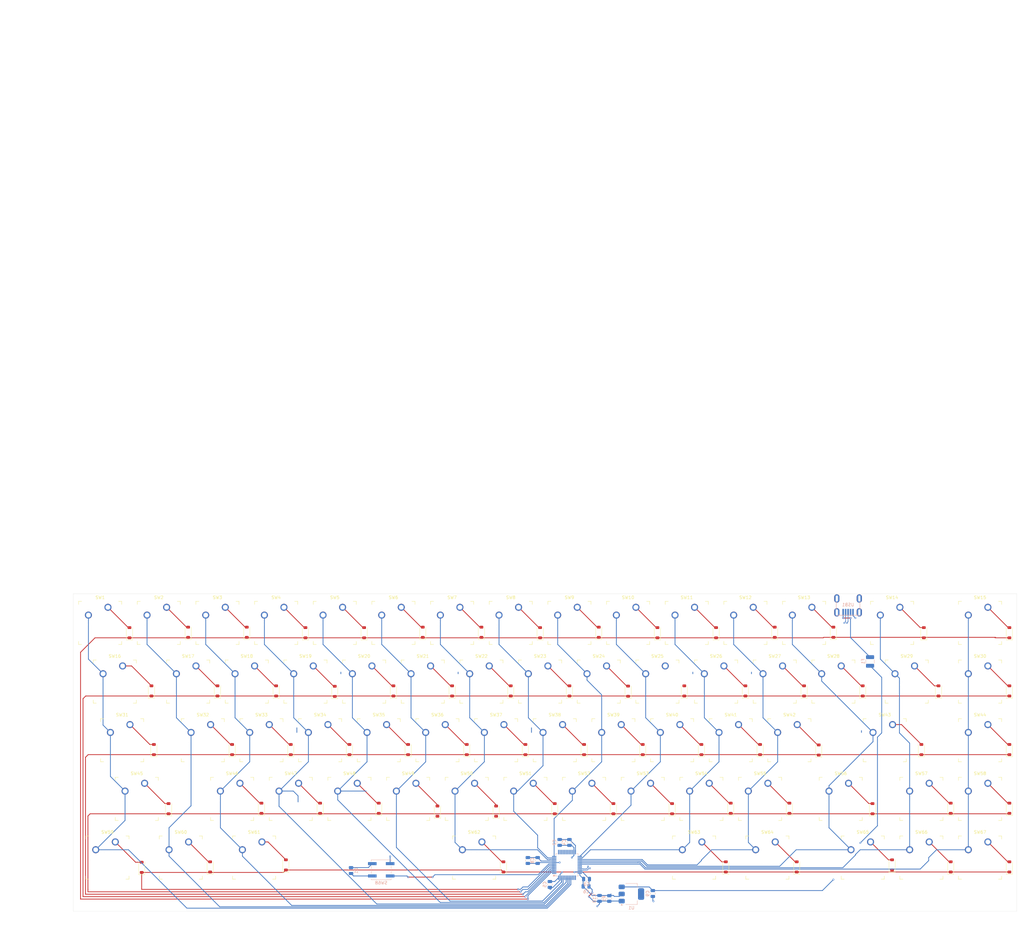
<source format=kicad_pcb>
(kicad_pcb (version 20240108) (generator "pcbnew") (generator_version "8.0")
  (layers (0 "F.Cu" signal) (1 "In1.Cu" power "Gnd.Cu") (2 "In2.Cu" power "SkillCompensation.Cu") (31 "B.Cu" signal) (34 "B.Paste" user) (35 "F.Paste" user) (36 "B.SilkS" user "B.Silkscreen") (37 "F.SilkS" user "F.Silkscreen") (38 "B.Mask" user) (39 "F.Mask" user) (44 "Edge.Cuts" user))
  (net 0 "")
  (net 1 "Net-(U2-NRST)")
  (net 2 "GND")
  (net 3 "+3.3V")
  (net 4 "+5V")
  (net 5 "Net-(D1-A)")
  (net 6 "ROW0")
  (net 7 "Net-(D2-A)")
  (net 8 "Net-(D3-A)")
  (net 9 "Net-(D4-A)")
  (net 10 "Net-(D5-A)")
  (net 11 "Net-(D6-A)")
  (net 12 "Net-(D7-A)")
  (net 13 "Net-(D8-A)")
  (net 14 "Net-(D9-A)")
  (net 15 "Net-(D10-A)")
  (net 16 "Net-(D11-A)")
  (net 17 "Net-(D12-A)")
  (net 18 "Net-(D13-A)")
  (net 19 "Net-(D14-A)")
  (net 20 "Net-(D15-A)")
  (net 21 "ROW1")
  (net 22 "Net-(D16-A)")
  (net 23 "Net-(D17-A)")
  (net 24 "Net-(D18-A)")
  (net 25 "Net-(D19-A)")
  (net 26 "Net-(D20-A)")
  (net 27 "Net-(D21-A)")
  (net 28 "Net-(D22-A)")
  (net 29 "Net-(D23-A)")
  (net 30 "Net-(D24-A)")
  (net 31 "Net-(D25-A)")
  (net 32 "Net-(D26-A)")
  (net 33 "Net-(D27-A)")
  (net 34 "Net-(D28-A)")
  (net 35 "Net-(D29-A)")
  (net 36 "Net-(D30-A)")
  (net 37 "Net-(D31-A)")
  (net 38 "ROW2")
  (net 39 "Net-(D32-A)")
  (net 40 "Net-(D33-A)")
  (net 41 "Net-(D34-A)")
  (net 42 "Net-(D35-A)")
  (net 43 "Net-(D36-A)")
  (net 44 "Net-(D37-A)")
  (net 45 "Net-(D38-A)")
  (net 46 "Net-(D39-A)")
  (net 47 "Net-(D40-A)")
  (net 48 "Net-(D41-A)")
  (net 49 "Net-(D42-A)")
  (net 50 "Net-(D43-A)")
  (net 51 "Net-(D44-A)")
  (net 52 "ROW3")
  (net 53 "Net-(D45-A)")
  (net 54 "Net-(D46-A)")
  (net 55 "Net-(D47-A)")
  (net 56 "Net-(D48-A)")
  (net 57 "Net-(D49-A)")
  (net 58 "Net-(D50-A)")
  (net 59 "Net-(D51-A)")
  (net 60 "Net-(D52-A)")
  (net 61 "Net-(D53-A)")
  (net 62 "Net-(D54-A)")
  (net 63 "Net-(D55-A)")
  (net 64 "Net-(D56-A)")
  (net 65 "Net-(D57-A)")
  (net 66 "Net-(D58-A)")
  (net 67 "Net-(D59-A)")
  (net 68 "Net-(D60-A)")
  (net 69 "Net-(D61-A)")
  (net 70 "Net-(D62-A)")
  (net 71 "Net-(D63-A)")
  (net 72 "Net-(D64-A)")
  (net 73 "Net-(D65-A)")
  (net 74 "Net-(D66-A)")
  (net 75 "Net-(D67-A)")
  (net 76 "VCC")
  (net 77 "COL0")
  (net 78 "COL1")
  (net 79 "COL2")
  (net 80 "COL3")
  (net 81 "COL4")
  (net 82 "COL5")
  (net 83 "COL6")
  (net 84 "COL7")
  (net 85 "COL8")
  (net 86 "COL9")
  (net 87 "COL10")
  (net 88 "COL11")
  (net 89 "COL12")
  (net 90 "COL13")
  (net 91 "COL14")
  (net 94 "D-")
  (net 103 "ROW4")
  (net 109 "D+")
  (footprint "Diode_SMD:D_SOD-123" (layer "F.Cu") (at 317.5 -113.65125 90)
    (property "Reference" "D44" (hide yes))
    (property "Value" "D_Small" (hide yes))
  )
  (footprint "Diode_SMD:D_SOD-123" (layer "F.Cu") (at 141.2875 -113.65125 90)
    (property "Reference" "D36" (hide yes))
    (property "Value" "D_Small")
  )
  (footprint "Diode_SMD:D_SOD-123" (layer "F.Cu") (at 150.8125 -93.6625 90)
    (property "Reference" "D50" (hide yes))
    (property "Value" "D_Small" (hide yes))
  )
  (footprint "keyswitches:SW_MX" (layer "F.Cu") (at 236.5375 -97.63125)
    (property "Reference" "SW55")
    (property "Value" "SW_Push")
  )
  (footprint "Diode_SMD:D_SOD-123" (layer "F.Cu") (at 69.85 -151.75125 90)
    (property "Reference" "D3" (hide yes))
    (property "Value" "D_Small" (hide yes))
  )
  (footprint "keyswitches:SW_MX" (layer "F.Cu") (at 250.825 -154.78125)
    (property "Reference" "SW13")
    (property "Value" "SW_Push")
  )
  (footprint "keyswitches:SW_MX" (layer "F.Cu") (at 34.13125 -97.63125)
    (property "Reference" "SW45")
    (property "Value" "SW_Push")
  )
  (footprint "keyswitches:SW_MX" (layer "F.Cu") (at 217.4875 -97.63125)
    (property "Reference" "SW54")
    (property "Value" "SW_Push")
  )
  (footprint "Diode_SMD:D_SOD-123" (layer "F.Cu") (at 193.675 -132.61875 90)
    (property "Reference" "D24" (hide yes))
    (property "Value" "D_Small")
  )
  (footprint "keyswitches:SW_MX" (layer "F.Cu") (at 41.275 -154.78125)
    (property "Reference" "SW2")
    (property "Value" "SW_Push")
  )
  (footprint "keyswitches:SW_MX" (layer "F.Cu") (at 269.875 -78.58125)
    (property "Reference" "SW65")
    (property "Value" "SW_Push")
  )
  (footprint "Diode_SMD:D_SOD-123" (layer "F.Cu") (at 317.5 -75.55125 90)
    (property "Reference" "D67" (hide yes))
    (property "Value" "D_Small" (hide yes))
  )
  (footprint "keyswitches:SW_MX" (layer "F.Cu") (at 131.7625 -116.68125)
    (property "Reference" "SW36")
    (property "Value" "SW_Push")
  )
  (footprint "keyswitches:SW_MX" (layer "F.Cu") (at 146.05 -135.73125)
    (property "Reference" "SW22")
    (property "Value" "SW_Push")
  )
  (footprint "Diode_SMD:D_SOD-123" (layer "F.Cu") (at 179.3875 -113.65125 90)
    (property "Reference" "D38" (hide yes))
    (property "Value" "D_Small" (hide yes))
  )
  (footprint "Diode_SMD:D_SOD-123" (layer "F.Cu") (at 93.6625 -94.60125 90)
    (property "Reference" "D47" (hide yes))
    (property "Value" "D_Small" (hide yes))
  )
  (footprint "keyswitches:SW_MX" (layer "F.Cu") (at 112.7125 -116.68125)
    (property "Reference" "SW35")
    (property "Value" "SW_Push")
  )
  (footprint "keyswitches:SW_MX" (layer "F.Cu") (at 150.8125 -116.68125)
    (property "Reference" "SW37")
    (property "Value" "SW_Push")
  )
  (footprint "Diode_SMD:D_SOD-123" (layer "F.Cu") (at 146.05 -151.75125 90)
    (property "Reference" "D7" (hide yes))
    (property "Value" "D_Small" (hide yes))
  )
  (footprint "keyswitches:SW_MX" (layer "F.Cu") (at 69.85 -135.73125)
    (property "Reference" "SW18")
    (property "Value" "SW_Push")
  )
  (footprint "keyswitches:SW_MX" (layer "F.Cu") (at 60.325 -154.78125)
    (property "Reference" "SW3")
    (property "Value" "SW_Push")
  )
  (footprint "keyswitches:SW_MX" (layer "F.Cu") (at 277.01875 -116.68125)
    (property "Reference" "SW43")
    (property "Value" "SW_Push")
  )
  (footprint "Diode_SMD:D_SOD-123" (layer "F.Cu") (at 317.5 -94.60125 90)
    (property "Reference" "D58" (hide yes))
    (property "Value" "D_Small" (hide yes))
  )
  (footprint "Diode_SMD:D_SOD-123" (layer "F.Cu") (at 279.4 -76.2 90)
    (property "Reference" "D65" (hide yes))
    (property "Value" "D_Small" (hide yes))
  )
  (footprint "keyswitches:SW_MX" (layer "F.Cu") (at 29.36875 -116.68125)
    (property "Reference" "SW31")
    (property "Value" "SW_Push")
  )
  (footprint "keyswitches:SW_MX" (layer "F.Cu") (at 184.15 -135.73125)
    (property "Reference" "SW24")
    (property "Value" "SW_Push")
  )
  (footprint "keyswitches:SW_MX" (layer "F.Cu") (at 48.41875 -78.58125)
    (property "Reference" "SW60")
    (property "Value" "SW_Push")
  )
  (footprint "Diode_SMD:D_SOD-123" (layer "F.Cu") (at 207.9625 -94.45625 90)
    (property "Reference" "D53" (hide yes))
    (property "Value" "D_Small" (hide yes))
  )
  (footprint "keyswitches:SW_MX" (layer "F.Cu") (at 203.2 -135.73125)
    (property "Reference" "SW25")
    (property "Value" "SW_Push")
  )
  (footprint "keyswitches:SW_MX" (layer "F.Cu") (at 24.60625 -78.58125)
    (property "Reference" "SW59")
    (property "Value" "SW_Push")
  )
  (footprint "keyswitches:SW_MX" (layer "F.Cu") (at 122.2375 -97.63125)
    (property "Reference" "SW49")
    (property "Value" "SW_Push")
  )
  (footprint "keyswitches:SW_MX" (layer "F.Cu") (at 169.8625 -116.68125)
    (property "Reference" "SW38")
    (property "Value" "SW_Push")
  )
  (footprint "keyswitches:SW_MX" (layer "F.Cu") (at 207.9625 -116.68125)
    (property "Reference" "SW40")
    (property "Value" "SW_Push")
  )
  (footprint "keyswitches:SW_MX" (layer "F.Cu") (at 127 -135.73125)
    (property "Reference" "SW21")
    (property "Value" "SW_Push")
  )
  (footprint "keyswitches:SW_MX" (layer "F.Cu") (at 238.91875 -78.58125)
    (property "Reference" "SW64")
    (property "Value" "SW_Push")
  )
  (footprint "keyswitches:SW_MX" (layer "F.Cu") (at 215.10625 -78.58125)
    (property "Reference" "SW63")
    (property "Value" "SW_Push")
  )
  (footprint "Diode_SMD:D_SOD-123" (layer "F.Cu") (at 236.5375 -113.65125 90)
    (property "Reference" "D41" (hide yes))
    (property "Value" "D_Small" (hide yes))
  )
  (footprint "Diode_SMD:D_SOD-123" (layer "F.Cu") (at 222.25 -151.60625 90)
    (property "Reference" "D11" (hide yes))
    (property "Value" "D_Small" (hide yes))
  )
  (footprint "keyswitches:SW_MX" (layer "F.Cu") (at 307.975 -135.73125)
    (property "Reference" "SW30")
    (property "Value" "SW_Push")
  )
  (footprint "Diode_SMD:D_SOD-123" (layer "F.Cu") (at 98.425 -132.55625 90)
    (property "Reference" "D19" (hide yes))
    (property "Value" "D_Small" (hide yes))
  )
  (footprint "keyswitches:SW_MX" (layer "F.Cu") (at 103.1875 -97.63125)
    (property "Reference" "SW48")
    (property "Value" "SW_Push")
  )
  (footprint "Diode_SMD:D_SOD-123" (layer "F.Cu") (at 198.4375 -113.65125 90)
    (property "Reference" "D39" (hide yes))
    (property "Value" "D_Small" (hide yes))
  )
  (footprint "keyswitches:SW_MX" (layer "F.Cu") (at 198.4375 -97.63125)
    (property "Reference" "SW53")
    (property "Value" "SW_Push")
  )
  (footprint "keyswitches:SW_MX" (layer "F.Cu") (at 241.3 -135.73125)
    (property "Reference" "SW27")
    (property "Value" "SW_Push")
  )
  (footprint "keyswitches:SW_MX" (layer "F.Cu") (at 107.95 -135.73125)
    (property "Reference" "SW20")
    (property "Value" "SW_Push")
  )
  (footprint "keyswitches:SW_MX" (layer "F.Cu") (at 98.425 -154.78125)
    (property "Reference" "SW5")
    (property "Value" "SW_Push")
  )
  (footprint "Diode_SMD:D_SOD-123" (layer "F.Cu") (at 317.5 -132.70125 90)
    (property "Reference" "D30" (hide yes))
    (property "Value" "D_Small" (hide yes))
  )
  (footprint "keyswitches:SW_MX" (layer "F.Cu") (at 88.9 -135.73125)
    (property "Reference" "SW19")
    (property "Value" "SW_Push")
  )
  (footprint "keyswitches:SW_MX" (layer "F.Cu") (at 160.3375 -97.63125)
    (property "Reference" "SW51")
    (property "Value" "SW_Push")
  )
  (footprint "Diode_SMD:D_SOD-123" (layer "F.Cu") (at 160.3375 -113.65125 90)
    (property "Reference" "D37" (hide yes))
    (property "Value" "D_Small" (hide yes))
  )
  (footprint "keyswitches:SW_MX" (layer "F.Cu") (at 279.4 -154.78125)
    (property "Reference" "SW14")
    (property "Value" "SW_Push")
  )
  (footprint "keyswitches:SW_MX" (layer "F.Cu") (at 307.975 -154.78125)
    (property "Reference" "SW15")
    (property "Value" "SW_Push")
  )
  (footprint "Diode_SMD:D_SOD-123" (layer "F.Cu") (at 211.93125 -132.70125 90)
    (property "Reference" "D25" (hide yes))
    (property "Value" "D_Small" (hide yes))
  )
  (footprint "keyswitches:SW_MX" (layer "F.Cu") (at 93.6625 -116.68125)
    (property "Reference" "SW34")
    (property "Value" "SW_Push")
  )
  (footprint "Diode_SMD:D_SOD-123" (layer "F.Cu") (at 288.925 -113.65125 90)
    (property "Reference" "D43" (hide yes))
    (property "Value" "D_Small" (hide yes))
  )
  (footprint "Diode_SMD:D_SOD-123" (layer "F.Cu") (at 153.19375 -75.55125 90)
    (property "Reference" "D62" (hide yes))
    (property "Value" "D_Small" (hide yes))
  )
  (footprint "keyswitches:SW_MX" (layer "F.Cu") (at 222.25 -135.73125)
    (property "Reference" "SW26")
    (property "Value" "SW_Push")
  )
  (footprint "Diode_SMD:D_SOD-123" (layer "F.Cu") (at 188.9125 -94.45625 90)
    (property "Reference" "D52" (hide yes))
    (property "Value" "D_Small" (hide yes))
  )
  (footprint "keyswitches:SW_MX" (layer "F.Cu") (at 262.73125 -97.63125)
    (property "Reference" "SW56")
    (property "Value" "SW_Push")
  )
  (footprint "Diode_SMD:D_SOD-123" (layer "F.Cu") (at 88.9 -151.60625 90)
    (property "Reference" "D4" (hide yes))
    (property "Value" "D_Small" (hide yes))
  )
  (footprint "Diode_SMD:D_SOD-123" (layer "F.Cu") (at 273.05 -94.45625 90)
    (property "Reference" "D56" (hide yes))
    (property "Value" "D_Small" (hide yes))
  )
  (footprint "Diode_SMD:D_SOD-123" (layer "F.Cu") (at 269.875 -132.70125 90)
    (property "Reference" "D28" (hide yes))
    (property "Value" "D_Small" (hide yes))
  )
  (footprint "Diode_SMD:D_SOD-123" (layer "F.Cu") (at 31.75 -151.60625 90)
    (property "Reference" "D1" (hide yes))
    (property "Value" "D_Small" (hide yes))
  )
  (footprint "Diode_SMD:D_SOD-123" (layer "F.Cu") (at 38.89375 -132.70125 90)
    (property "Reference" "D16" (hide yes))
    (property "Value" "D_Small" (hide yes))
  )
  (footprint "Diode_SMD:D_SOD-123" (layer "F.Cu") (at 79.375 -132.70125 90)
    (property "Reference" "D18" (hide yes))
    (property "Value" "D_Small" (hide yes))
  )
  (footprint "Diode_SMD:D_SOD-123" (layer "F.Cu") (at 122.2375 -113.65125 90)
    (property "Reference" "D35" (hide yes))
    (property "Value" "D_Small" (hide yes))
  )
  (footprint "Diode_SMD:D_SOD-123" (layer "F.Cu") (at 298.45 -75.55125 90)
    (property "Reference" "D66" (hide yes))
    (property "Value" "D_Small" (hide yes))
  )
  (footprint "keyswitches:SW_MX" (layer "F.Cu") (at 288.925 -97.63125)
    (property "Reference" "SW57")
    (property "Value" "SW_Push")
  )
  (footprint "Diode_SMD:D_SOD-123" (layer "F.Cu") (at 250.825 -132.70125 90)
    (property "Reference" "D27" (hide yes))
    (property "Value" "D_Small" (hide yes))
  )
  (footprint "keyswitches:SW_MX" (layer "F.Cu") (at 72.23125 -78.58125)
    (property "Reference" "SW61")
    (property "Value" "SW_Push")
  )
  (footprint "keyswitches:SW_MX" (layer "F.Cu") (at 155.575 -154.78125)
    (property "Reference" "SW8")
    (property "Value" "SW_Push")
  )
  (footprint "Diode_SMD:D_SOD-123" (layer "F.Cu") (at 184.15 -151.75125 90)
    (property "Reference" "D9" (hide yes))
    (property "Value" "D_Small" (hide yes))
  )
  (footprint "Diode_SMD:D_SOD-123" (layer "F.Cu") (at 298.45 -94.60125 90)
    (property "Reference" "D57" (hide yes))
    (property "Value" "D_Small" (hide yes))
  )
  (footprint "Diode_SMD:D_SOD-123" (layer "F.Cu") (at 155.575 -132.70125 90)
    (property "Reference" "D22" (hide yes))
    (property "Value" "D_Small" (hide yes))
  )
  (footprint "Diode_SMD:D_SOD-123" (layer "F.Cu") (at 317.5 -151.60625 90)
    (property "Reference" "D15" (hide yes))
    (property "Value" "D_Small" (hide yes))
  )
  (footprint "Diode_SMD:D_SOD-123" (layer "F.Cu") (at 260.35 -151.75125 90)
    (property "Reference" "D13" (hide yes))
    (property "Value" "D_Small" (hide yes))
  )
  (footprint "keyswitches:SW_MX" (layer "F.Cu") (at 79.375 -154.78125)
    (property "Reference" "SW4")
    (property "Value" "SW_Push")
  )
  (footprint "keyswitches:SW_MX" (layer "F.Cu") (at 307.975 -97.63125)
    (property "Reference" "SW58")
    (property "Value" "SW_Push")
  )
  (footprint "Diode_SMD:D_SOD-123" (layer "F.Cu") (at 203.2 -151.60625 90)
    (property "Reference" "D10" (hide yes))
    (property "Value" "D_Small" (hide yes))
  )
  (footprint "Diode_SMD:D_SOD-123" (layer "F.Cu") (at 35.71875 -75.40625 90)
    (property "Reference" "D59" (hide yes))
    (property "Value" "D_Small" (hide yes))
  )
  (footprint "Diode_SMD:D_SOD-123" (layer "F.Cu") (at 174.625 -132.70125 90)
    (property "Reference" "D23" (hide yes))
    (property "Value" "D_Small" (hide yes))
  )
  (footprint "keyswitches:SW_MX" (layer "F.Cu") (at 174.625 -154.78125)
    (property "Reference" "SW9")
    (property "Value" "SW_Push")
  )
  (footprint "keyswitches:SW_MX" (layer "F.Cu") (at 143.66875 -78.58125)
    (property "Reference" "SW62")
    (property "Value" "SW_Push")
  )
  (footprint "Diode_SMD:D_SOD-123" (layer "F.Cu") (at 57.94375 -75.55125 90)
    (property "Reference" "D60" (hide yes))
    (property "Value" "D_Small" (hide yes))
  )
  (footprint "Diode_SMD:D_SOD-123" (layer "F.Cu") (at 50.8 -151.75125 90)
    (property "Reference" "D2" (hide yes))
    (property "Value" "D_Small" (hide yes))
  )
  (footprint "keyswitches:SW_MX" (layer "F.Cu") (at 117.475 -154.78125)
    (property "Reference" "SW6")
    (property "Value" "SW_Push")
  )
  (footprint "Diode_SMD:D_SOD-123" (layer "F.Cu") (at 169.8625 -94.45625 90)
    (property "Reference" "D51" (hide yes))
    (property "Value" "D_Small" (hide yes))
  )
  (footprint "Diode_SMD:D_SOD-123" (layer "F.Cu") (at 217.4875 -113.65125 90)
    (property "Reference" "D40" (hide yes))
    (property "Value" "D_Small" (hide yes))
  )
  (footprint "keyswitches:SW_MX" (layer "F.Cu") (at 231.775 -154.78125)
    (property "Reference" "SW12")
    (property "Value" "SW_Push")
  )
  (footprint "keyswitches:SW_MX" (layer "F.Cu") (at 26.9875 -135.73125)
    (property "Reference" "SW16")
    (property "Value" "SW_Push")
  )
  (footprint "Diode_SMD:D_SOD-123" (layer "F.Cu") (at 131.7625 -93.6625 90)
    (property "Reference" "D49" (hide yes))
    (property "Value" "D_Small" (hide yes))
  )
  (footprint "Diode_SMD:D_SOD-123" (layer "F.Cu") (at 103.1875 -113.65125 90)
    (property "Reference" "D34" (hide yes))
    (property "Value" "D_Small" (hide yes))
  )
  (footprint "Diode_SMD:D_SOD-123" (layer "F.Cu") (at 225.425 -75.55125 90)
    (property "Reference" "D63" (hide yes))
    (property "Value" "D_Small" (hide yes))
  )
  (footprint "keyswitches:SW_MX" (layer "F.Cu") (at 136.525 -154.78125)
    (property "Reference" "SW7")
    (property "Value" "SW_Push")
  )
  (footprint "keyswitches:SW_MX" (layer "F.Cu") (at 307.975 -116.68125)
    (property "Reference" "SW44")
    (property "Value" "SW_Push")
  )
  (footprint "Diode_SMD:D_SOD-123" (layer "F.Cu") (at 227.0125 -94.60125 90)
    (property "Reference" "D54" (hide yes))
    (property "Value" "D_Small" (hide yes))
  )
  (footprint "Diode_SMD:D_SOD-123" (layer "F.Cu") (at 136.525 -132.70125 90)
    (property "Reference" "D21" (hide yes))
    (property "Value" "D_Small" (hide yes))
  )
  (footprint "Diode_SMD:D_SOD-123" (layer "F.Cu") (at 255.5875 -113.50625 90)
    (property "Reference" "D42" (hide yes))
    (property "Value" "D_Small" (hide yes))
  )
  (footprint "Diode_SMD:D_SOD-123" (layer "F.Cu") (at 82.55 -76.2 90)
    (property "Reference" "D61" (hide yes))
    (property "Value" "D_Small" (hide yes))
  )
  (footprint "Diode_SMD:D_SOD-123" (layer "F.Cu") (at 241.3 -151.75125 90)
    (property "Reference" "D12" (hide yes))
    (property "Value" "D_Small")
  )
  (footprint "Diode_SMD:D_SOD-123" (layer "F.Cu") (at 248.44375 -75.55125 90)
    (property "Reference" "D64" (hide yes))
    (property "Value" "D_Small" (hide yes))
  )
  (footprint "Diode_SMD:D_SOD-123" (layer "F.Cu") (at 231.775 -132.70125 90)
    (property "Reference" "D26" (hide yes))
    (property "Value" "D_Small" (hide yes))
  )
  (footprint "keyswitches:SW_MX" (layer "F.Cu") (at 22.225 -154.78125)
    (property "Reference" "SW1")
    (property "Value" "SW_Push")
  )
  (footprint "Diode_SMD:D_SOD-123" (layer "F.Cu") (at 60.325 -132.70125 90)
    (property "Reference" "D17" (hide yes))
    (property "Value" "D_Small" (hide yes))
  )
  (footprint "Diode_SMD:D_SOD-123" (layer "F.Cu") (at 246.0625 -94.60125 90)
    (property "Reference" "D55" (hide yes))
    (property "Value" "D_Small" (hide yes))
  )
  (footprint "keyswitches:SW_MX" (layer "F.Cu") (at 307.975 -78.58125)
    (property "Reference" "SW67")
    (property "Value" "SW_Push")
  )
  (footprint "Diode_SMD:D_SOD-123" (layer "F.Cu") (at 74.6125 -94.60125 90)
    (property "Reference" "D46" (hide yes))
    (property "Value" "D_Small" (hide yes))
  )
  (footprint "Diode_SMD:D_SOD-123" (layer "F.Cu") (at 44.45 -94.45625 90)
    (property "Reference" "D45" (hide yes))
    (property "Value" "D_Small" (hide yes))
  )
  (footprint "keyswitches:SW_MX" (layer "F.Cu") (at 165.1 -135.73125)
    (property "Reference" "SW23")
    (property "Value" "SW_Push")
  )
  (footprint "Diode_SMD:D_SOD-123" (layer "F.Cu") (at 39.6875 -113.65125 90)
    (property "Reference" "D31" (hide yes))
    (property "Value" "D_Small" (hide yes))
  )
  (footprint "keyswitches:SW_MX" (layer "F.Cu") (at 141.2875 -97.63125)
    (property "Reference" "SW50")
    (property "Value" "SW_Push")
  )
  (footprint "keyswitches:SW_MX" (layer "F.Cu") (at 84.1375 -97.63125)
    (property "Reference" "SW47")
    (property "Value" "SW_Push")
  )
  (footprint "Diode_SMD:D_SOD-123" (layer "F.Cu") (at 294.48125 -132.70125 90)
    (property "Reference" "D29" (hide yes))
    (property "Value" "D_Small" (hide yes))
  )
  (footprint "keyswitches:SW_MX" (layer "F.Cu") (at 288.925 -78.58125)
    (property "Reference" "SW66")
    (property "Value" "SW_Push")
  )
  (footprint "keyswitches:SW_MX" (layer "F.Cu") (at 65.0875 -97.63125)
    (property "Reference" "SW46")
    (property "Value" "SW_Push")
  )
  (footprint "keyswitches:SW_MX" (layer "F.Cu") (at 193.675 -154.78125)
    (property "Reference" "SW10")
    (property "Value" "SW_Push")
  )
  (footprint "keyswitches:SW_MX" (layer "F.Cu") (at 50.8 -135.73125)
    (property "Reference" "SW17")
    (property "Value" "SW_Push")
  )
  (footprint "Diode_SMD:D_SOD-123" (layer "F.Cu") (at 112.7125 -94.60125 90)
    (property "Reference" "D48" (hide yes))
    (property "Value" "D_Small")
  )
  (footprint "Diode_SMD:D_SOD-123" (layer "F.Cu") (at 65.0875 -113.65125 90)
    (property "Reference" "D32" (hide yes))
    (property "Value" "D_Small" (hide yes))
  )
  (footprint "Diode_SMD:D_SOD-123" (layer "F.Cu") (at 84.1375 -113.65125 90)
    (property "Reference" "D33" (hide yes))
    (property "Value" "D_Small" (hide yes))
  )
  (footprint "keyswitches:SW_MX" (layer "F.Cu") (at 55.5625 -116.68125)
    (property "Reference" "SW32")
    (property "Value" "SW_Push")
  )
  (footprint "Diode_SMD:D_SOD-123" (layer "F.Cu") (at 107.95 -151.60625 90)
    (property "Reference" "D5" (hide yes))
    (property "Value" "D_Small" (hide yes))
  )
  (footprint "Diode_SMD:D_SOD-123" (layer "F.Cu") (at 117.475 -132.70125 90)
    (property "Reference" "D20" (hide yes))
    (property "Value" "D_Small" (hide yes))
  )
  (footprint "keyswitches:SW_MX" (layer "F.Cu") (at 188.9125 -116.68125)
    (property "Reference" "SW39")
    (property "Value" "SW_Push")
  )
  (footprint "Diode_SMD:D_SOD-123" (layer "F.Cu") (at 165.1 -151.60625 90)
    (property "Reference" "D8" (hide yes))
    (property "Value" "D_Small" (hide yes))
  )
  (footprint "keyswitches:SW_MX" (layer "F.Cu") (at 284.1625 -135.73125)
    (property "Reference" "SW29")
    (property "Value" "SW_Push")
  )
  (footprint "keyswitches:SW_MX" (layer "F.Cu") (at 74.6125 -116.68125)
    (property "Reference" "SW33")
    (property "Value" "SW_Push")
  )
  (footprint "keyswitches:SW_MX" (layer "F.Cu") (at 227.0125 -116.68125)
    (property "Reference" "SW41")
    (property "Value" "SW_Push")
  )
  (footprint "keyswitches:SW_MX" (layer "F.Cu") (at 260.35 -135.73125)
    (property "Reference" "SW28")
    (property "Value" "SW_Push")
  )
  (footprint "keyswitches:SW_MX" (layer "F.Cu") (at 246.0625 -116.68125)
    (property "Reference" "SW42")
    (property "Value" "SW_Push")
  )
  (footprint "keyswitches:SW_MX" (layer "F.Cu") (at 212.725 -154.78125)
    (property "Reference" "SW11")
    (property "Value" "SW_Push")
  )
  (footprint "Diode_SMD:D_SOD-123" (layer "F.Cu") (at 289.71875 -151.60625 90)
    (property "Reference" "D14" (hide yes))
    (property "Value" "D_Small" (hide yes))
  )
  (footprint "Diode_SMD:D_SOD-123" (layer "F.Cu") (at 127 -151.75125 90)
    (property "Reference" "D6" (hide yes))
    (property "Value" "D_Small" (hide yes))
  )
  (footprint "keyswitches:SW_MX" (layer "F.Cu") (at 179.3875 -97.63125)
    (property "Reference" "SW52")
    (property "Value" "SW_Push")
  )
  (footprint "Capacitor_SMD:C_0805_2012Metric" (layer "B.Cu") (at 161.13125 -77.63125 -90)
    (property "Reference" "C7" (hide yes))
    (property "Value" "1u")
  )
  (footprint "Capacitor_SMD:C_0805_2012Metric" (layer "B.Cu") (at 168.275 -69.85 -90)
    (property "Reference" "C5")
    (property "Value" "4.7u" (hide yes))
  )
  (footprint "Fuse:Fuse_1210_3225Metric" (layer "B.Cu") (at 272.25625 -142.26875 -90)
    (property "Reference" "F1")
    (property "Value" "500mA")
  )
  (footprint "Capacitor_SMD:C_0805_2012Metric" (layer "B.Cu") (at 164.30625 -77.63125 -90)
    (property "Reference" "C8")
    (property "Value" "10n")
  )
  (footprint "Capacitor_SMD:C_0805_2012Metric" (layer "B.Cu") (at 103.70625 -74.35625 90)
    (property "Reference" "C1")
    (property "Value" "0.1u")
  )
  (footprint "Resistor_SMD:R_0805_2012Metric" (layer "B.Cu") (at 187.578125 -65.2875 -90)
    (property "Reference" "R1")
    (property "Value" "120")
  )
  (footprint "Package_TO_SOT_SMD:SOT-223-3_TabPin2" (layer "B.Cu") (at 194.746875 -66.75625)
    (property "Reference" "U1")
    (property "Value" "LD1117S33TR_SOT223")
  )
  (footprint "Package_QFP:LQFP-48_7x7mm_P0.5mm" (layer "B.Cu") (at 173.83125 -76.2)
    (property "Reference" "U2" (hide yes))
    (property "Value" "STM32F042C4Tx")
  )
  (footprint "random-keyboard-parts:Molex-0548190589" (layer "B.Cu") (at 265.1125 -162.71875 -90)
    (property "Reference" "USB1")
    (property "Value" "Molex-0548190589")
  )
  (footprint "Capacitor_SMD:C_0805_2012Metric" (layer "B.Cu") (at 174.625 -83.5 -90)
    (property "Reference" "C4")
    (property "Value" "100n")
  )
  (footprint "Capacitor_SMD:C_0805_2012Metric" (layer "B.Cu") (at 184.403125 -65.325 -90)
    (property "Reference" "C10")
    (property "Value" "10u")
  )
  (footprint "Capacitor_SMD:C_0805_2012Metric" (layer "B.Cu") (at 201.709375 -66.9125 -90)
    (property "Reference" "C9")
    (property "Value" "100n")
  )
  (footprint "Capacitor_SMD:C_0805_2012Metric" (layer "B.Cu") (at 180.025 -69.2125)
    (property "Reference" "C6")
    (property "Value" "4.7u")
  )
  (footprint "Capacitor_SMD:C_0805_2012Metric" (layer "B.Cu") (at 171.45 -83.5 -90)
    (property "Reference" "C2")
    (property "Value" "100n")
  )
  (footprint "Button_Switch_SMD:SW_Push_1P1T_NO_CK_KSC6xxJ" (layer "B.Cu") (at 113.50625 -74.6125 180)
    (property "Reference" "SW68")
    (property "Value" "SW_Push")
  )
  (footprint "Capacitor_SMD:C_0805_2012Metric" (layer "B.Cu") (at 180.18125 -71.59375)
    (property "Reference" "C3")
    (property "Value" "100n")
  )
  (gr_rect (start 13.49375 -164.30625) (end 319.88125 -61.11875) (stroke (width 0.05)) (fill none) (layer "Edge.Cuts"))
  (segment (start 122.2375 -72.23125) (end 130.175 -72.23125) (width 0.254) (layer "F.Cu") (net 1))
  (via (at 130.175 -72.23125) (size 0.6) (drill 0.3) (layers "F.Cu" "B.Cu") (net 1))
  (via (at 122.2375 -72.23125) (size 0.6) (drill 0.3) (layers "F.Cu" "B.Cu") (net 1))
  (segment (start 130.96875 -73.025) (end 164.457947 -73.025) (width 0.254) (layer "B.Cu") (net 1))
  (segment (start 116.40625 -72.6125) (end 121.85625 -72.6125) (width 0.254) (layer "B.Cu") (net 1))
  (segment (start 130.175 -72.23125) (end 130.96875 -73.025) (width 0.254) (layer "B.Cu") (net 1))
  (segment (start 103.70625 -73.40625) (end 104.5 -72.6125) (width 0.254) (layer "B.Cu") (net 1))
  (segment (start 104.5 -72.6125) (end 110.60625 -72.6125) (width 0.254) (layer "B.Cu") (net 1))
  (segment (start 121.85625 -72.6125) (end 122.2375 -72.23125) (width 0.254) (layer "B.Cu") (net 1))
  (segment (start 167.882947 -76.45) (end 169.66875 -76.45) (width 0.254) (layer "B.Cu") (net 1))
  (segment (start 164.457947 -73.025) (end 167.882947 -76.45) (width 0.254) (layer "B.Cu") (net 1))
  (segment (start 180.975 -66.099189) (end 182.025012 -67.149201) (width 0.254) (layer "F.Cu") (net 2))
  (segment (start 180.975 -65.88125) (end 180.975 -66.099189) (width 0.254) (layer "F.Cu") (net 2))
  (via (at 182.025012 -67.149201) (size 0.6) (drill 0.3) (layers "F.Cu" "B.Cu") (net 2))
  (via (at 180.975 -65.88125) (size 0.6) (drill 0.3) (layers "F.Cu" "B.Cu") (net 2))
  (via micro (at 183.659375 -62.7875) (size 0.6) (drill 0.3) (layers "In1.Cu" "B.Cu") (net 2))
  (via micro (at 116.40625 -78.9625) (size 0.6) (drill 0.3) (layers "In1.Cu" "B.Cu") (net 2))
  (via micro (at 175.41875 -78.58125) (size 0.6) (drill 0.3) (layers "In1.Cu" "B.Cu") (net 2))
  (via micro (at 171.45 -76.99375) (size 0.6) (drill 0.3) (layers "In1.Cu" "B.Cu") (net 2))
  (via micro (at 176.2125 -73.81875) (size 0.6) (drill 0.3) (layers "In1.Cu" "B.Cu") (net 2))
  (via micro (at 172.24375 -73.81875) (size 0.6) (drill 0.3) (layers "In1.Cu" "B.Cu") (net 2))
  (via micro (at 267.49375 -156.36875) (size 0.6) (drill 0.3) (layers "In1.Cu" "B.Cu") (net 2))
  (via micro (at 201.915625 -64.375) (size 0.6) (drill 0.3) (layers "In1.Cu" "B.Cu") (net 2))
  (segment (start 176.08125 -79.24375) (end 175.41875 -78.58125) (width 0.254) (layer "B.Cu") (net 2))
  (segment (start 164.575 -76.95) (end 164.30625 -76.68125) (width 0.254) (layer "B.Cu") (net 2))
  (segment (start 181.13125 -71.620592) (end 181.13125 -71.59375) (width 0.254) (layer "B.Cu") (net 2))
  (segment (start 184.403125 -64.375) (end 184.403125 -63.53125) (width 0.254) (layer "B.Cu") (net 2))
  (segment (start 177.99375 -73.95) (end 178.801842 -73.95) (width 0.254) (layer "B.Cu") (net 2))
  (segment (start 169.66875 -76.95) (end 164.575 -76.95) (width 0.254) (layer "B.Cu") (net 2))
  (segment (start 201.709375 -65.9625) (end 201.709375 -64.58125) (width 0.254) (layer "B.Cu") (net 2))
  (segment (start 182.025012 -67.149201) (end 182.025012 -68.162488) (width 0.254) (layer "B.Cu") (net 2))
  (segment (start 191.596875 -64.45625) (end 184.484375 -64.45625) (width 0.254) (layer "B.Cu") (net 2))
  (segment (start 177.99375 -73.95) (end 176.34375 -73.95) (width 0.254) (layer "B.Cu") (net 2))
  (segment (start 176.08125 -81.81875) (end 176.08125 -80.3625) (width 0.254) (layer "B.Cu") (net 2))
  (segment (start 175.35 -82.55) (end 176.08125 -81.81875) (width 0.254) (layer "B.Cu") (net 2))
  (segment (start 169.251842 -68.9) (end 168.275 -68.9) (width 0.254) (layer "B.Cu") (net 2))
  (segment (start 191.515625 -64.375) (end 191.596875 -64.45625) (width 0.254) (layer "B.Cu") (net 2))
  (segment (start 116.40625 -76.6125) (end 116.40625 -78.9625) (width 0.254) (layer "B.Cu") (net 2))
  (segment (start 171.58125 -71.229408) (end 169.251842 -68.9) (width 0.254) (layer "B.Cu") (net 2))
  (segment (start 266.7125 -157.15) (end 267.49375 -156.36875) (width 0.254) (layer "B.Cu") (net 2))
  (segment (start 178.801842 -73.95) (end 181.13125 -71.620592) (width 0.254) (layer "B.Cu") (net 2))
  (segment (start 266.7125 -158.21875) (end 266.7125 -157.15) (width 0.254) (layer "B.Cu") (net 2))
  (segment (start 201.709375 -64.58125) (end 201.915625 -64.375) (width 0.254) (layer "B.Cu") (net 2))
  (segment (start 176.08125 -80.3625) (end 176.08125 -79.24375) (width 0.254) (layer "B.Cu") (net 2))
  (segment (start 184.403125 -63.53125) (end 183.659375 -62.7875) (width 0.254) (layer "B.Cu") (net 2))
  (segment (start 171.58125 -73.15625) (end 172.24375 -73.81875) (width 0.254) (layer "B.Cu") (net 2))
  (segment (start 171.45 -82.55) (end 174.625 -82.55) (width 0.254) (layer "B.Cu") (net 2))
  (segment (start 182.025012 -68.162488) (end 180.975 -69.2125) (width 0.254) (layer "B.Cu") (net 2))
  (segment (start 109.3 -75.30625) (end 110.60625 -76.6125) (width 0.254) (layer "B.Cu") (net 2))
  (segment (start 181.13125 -69.36875) (end 180.975 -69.2125) (width 0.254) (layer "B.Cu") (net 2))
  (segment (start 171.58125 -72.0375) (end 171.58125 -71.229408) (width 0.254) (layer "B.Cu") (net 2))
  (segment (start 171.40625 -76.95) (end 171.45 -76.99375) (width 0.254) (layer "B.Cu") (net 2))
  (segment (start 180.975 -71.4375) (end 181.13125 -71.59375) (width 0.254) (layer "B.Cu") (net 2))
  (segment (start 171.58125 -72.0375) (end 171.58125 -73.15625) (width 0.254) (layer "B.Cu") (net 2))
  (segment (start 169.66875 -76.95) (end 171.40625 -76.95) (width 0.254) (layer "B.Cu") (net 2))
  (segment (start 181.13125 -71.59375) (end 181.13125 -72.23125) (width 0.254) (layer "B.Cu") (net 2))
  (segment (start 103.70625 -75.30625) (end 109.3 -75.30625) (width 0.254) (layer "B.Cu") (net 2))
  (segment (start 168.614342 -68.2625) (end 168.275 -68.2625) (width 0.254) (layer "B.Cu") (net 2))
  (segment (start 161.13125 -76.68125) (end 164.30625 -76.68125) (width 0.254) (layer "B.Cu") (net 2))
  (segment (start 180.975 -69.2125) (end 180.975 -71.4375) (width 0.254) (layer "B.Cu") (net 2))
  (segment (start 184.484375 -64.45625) (end 184.403125 -64.375) (width 0.254) (layer "B.Cu") (net 2))
  (segment (start 176.34375 -73.95) (end 176.2125 -73.81875) (width 0.254) (layer "B.Cu") (net 2))
  (segment (start 182.48125 -64.375) (end 180.975 -65.88125) (width 0.254) (layer "B.Cu") (net 2))
  (segment (start 174.625 -82.55) (end 175.35 -82.55) (width 0.254) (layer "B.Cu") (net 2))
  (segment (start 184.403125 -64.375) (end 182.48125 -64.375) (width 0.254) (layer "B.Cu") (net 2))
  (segment (start 165.4375 -77.45) (end 169.66875 -77.45) (width 0.254) (layer "B.Cu") (net 3))
  (segment (start 191.596875 -66.75625) (end 190.803125 -65.9625) (width 0.254) (layer "B.Cu") (net 3))
  (segment (start 179.075 -71.4375) (end 179.23125 -71.59375) (width 0.254) (layer "B.Cu") (net 3))
  (segment (start 188.134375 -66.75625) (end 187.578125 -66.2) (width 0.254) (layer "B.Cu") (net 3))
  (segment (start 164.30625 -78.58125) (end 165.4375 -77.45) (width 0.254) (layer "B.Cu") (net 3))
  (segment (start 189.215625 -65.9625) (end 188.903125 -66.275) (width 0.254) (layer "B.Cu") (net 3))
  (segment (start 190.803125 -65.9625) (end 189.215625 -65.9625) (width 0.254) (layer "B.Cu") (net 3))
  (segment (start 187.503125 -66.275) (end 187.578125 -66.2) (width 0.254) (layer "B.Cu") (net 3))
  (segment (start 171.08125 -72.0375) (end 169.84375 -70.8) (width 0.254) (layer "B.Cu") (net 3))
  (segment (start 171.45 -84.45) (end 174.625 -84.45) (width 0.254) (layer "B.Cu") (net 3))
  (segment (start 188.903125 -66.275) (end 184.403125 -66.275) (width 0.254) (layer "B.Cu") (net 3))
  (segment (start 179.075 -69.2125) (end 179.075 -71.4375) (width 0.254) (layer "B.Cu") (net 3))
  (segment (start 182.0125 -66.275) (end 179.075 -69.2125) (width 0.254) (layer "B.Cu") (net 3))
  (segment (start 174.625 -84.45) (end 176.58125 -82.49375) (width 0.254) (layer "B.Cu") (net 3))
  (segment (start 184.403125 -66.275) (end 182.0125 -66.275) (width 0.254) (layer "B.Cu") (net 3))
  (segment (start 177.99375 -73.45) (end 177.99375 -72.83125) (width 0.254) (layer "B.Cu") (net 3))
  (segment (start 176.58125 -82.49375) (end 176.58125 -80.3625) (width 0.254) (layer "B.Cu") (net 3))
  (segment (start 179.23125 -71.59375) (end 179.23125 -72.23125) (width 0.254) (layer "B.Cu") (net 3))
  (segment (start 177.99375 -72.83125) (end 179.23125 -71.59375) (width 0.254) (layer "B.Cu") (net 3))
  (segment (start 161.13125 -78.58125) (end 164.30625 -78.58125) (width 0.254) (layer "B.Cu") (net 3))
  (segment (start 169.84375 -70.8) (end 168.275 -70.8) (width 0.254) (layer "B.Cu") (net 3))
  (via micro (at 260.35 -71.4375) (size 0.6) (drill 0.3) (layers "In2.Cu" "B.Cu") (net 4))
  (via micro (at 269.08125 -83.34375) (size 0.6) (drill 0.3) (layers "In2.Cu" "B.Cu") (net 4))
  (segment (start 274.64785 -88.91035) (end 269.08125 -83.34375) (width 0.254) (layer "B.Cu") (net 4))
  (segment (start 272.25625 -140.86875) (end 276.036691 -137.088309) (width 0.254) (layer "B.Cu") (net 4))
  (segment (start 276.036691 -119.05215) (end 274.64785 -117.663309) (width 0.254) (layer "B.Cu") (net 4))
  (segment (start 276.036691 -137.088309) (end 276.036691 -119.05215) (width 0.254) (layer "B.Cu") (net 4))
  (segment (start 256.775 -67.8625) (end 201.709375 -67.8625) (width 0.254) (layer "B.Cu") (net 4))
  (segment (start 200.515625 -69.05625) (end 191.596875 -69.05625) (width 0.254) (layer "B.Cu") (net 4))
  (segment (start 201.709375 -67.8625) (end 200.515625 -69.05625) (width 0.254) (layer "B.Cu") (net 4))
  (segment (start 260.35 -71.4375) (end 256.775 -67.8625) (width 0.254) (layer "B.Cu") (net 4))
  (segment (start 274.64785 -117.663309) (end 274.64785 -88.91035) (width 0.254) (layer "B.Cu") (net 4))
  (segment (start 24.765 -159.86125) (end 31.37 -153.25625) (width 0.254) (layer "F.Cu") (net 5))
  (segment (start 31.37 -153.25625) (end 31.75 -153.25625) (width 0.254) (layer "F.Cu") (net 5))
  (segment (start 312.8825 -149.95625) (end 317.5 -149.95625) (width 0.254) (layer "F.Cu") (net 6))
  (segment (start 15.875 -145.25625) (end 15.875 -65.0875) (width 0.254) (layer "F.Cu") (net 6))
  (segment (start 31.75 -149.95625) (end 257.03795 -149.95625) (width 0.254) (layer "F.Cu") (net 6))
  (segment (start 257.03795 -149.95625) (end 257.18295 -150.10125) (width 0.254) (layer "F.Cu") (net 6))
  (segment (start 312.7375 -150.10125) (end 313.055 -150.10125) (width 0.254) (layer "F.Cu") (net 6))
  (segment (start 15.875 -65.0875) (end 161.13125 -65.0875) (width 0.254) (layer "F.Cu") (net 6))
  (segment (start 312.7375 -150.10125) (end 312.8825 -149.95625) (width 0.254) (layer "F.Cu") (net 6))
  (segment (start 20.575 -149.95625) (end 15.875 -145.25625) (width 0.254) (layer "F.Cu") (net 6))
  (segment (start 31.75 -149.95625) (end 20.575 -149.95625) (width 0.254) (layer "F.Cu") (net 6))
  (segment (start 257.18295 -150.10125) (end 312.7375 -150.10125) (width 0.254) (layer "F.Cu") (net 6))
  (via (at 161.13125 -65.0875) (size 0.6) (drill 0.3) (layers "F.Cu" "B.Cu") (net 6))
  (segment (start 161.13125 -66.220592) (end 168.860658 -73.95) (width 0.254) (layer "B.Cu") (net 6))
  (segment (start 168.860658 -73.95) (end 169.66875 -73.95) (width 0.254) (layer "B.Cu") (net 6))
  (segment (start 161.13125 -65.0875) (end 161.13125 -66.220592) (width 0.254) (layer "B.Cu") (net 6))
  (segment (start 43.815 -159.86125) (end 50.275 -153.40125) (width 0.254) (layer "F.Cu") (net 7))
  (segment (start 50.275 -153.40125) (end 50.8 -153.40125) (width 0.254) (layer "F.Cu") (net 7))
  (segment (start 69.325 -153.40125) (end 69.85 -153.40125) (width 0.254) (layer "F.Cu") (net 8))
  (segment (start 62.865 -159.86125) (end 69.325 -153.40125) (width 0.254) (layer "F.Cu") (net 8))
  (segment (start 81.915 -159.86125) (end 88.52 -153.25625) (width 0.254) (layer "F.Cu") (net 9))
  (segment (start 88.52 -153.25625) (end 88.9 -153.25625) (width 0.254) (layer "F.Cu") (net 9))
  (segment (start 107.57 -153.25625) (end 107.95 -153.25625) (width 0.254) (layer "F.Cu") (net 10))
  (segment (start 100.965 -159.86125) (end 107.57 -153.25625) (width 0.254) (layer "F.Cu") (net 10))
  (segment (start 120.015 -159.86125) (end 126.475 -153.40125) (width 0.254) (layer "F.Cu") (net 11))
  (segment (start 126.475 -153.40125) (end 127 -153.40125) (width 0.254) (layer "F.Cu") (net 11))
  (segment (start 139.065 -159.86125) (end 145.525 -153.40125) (width 0.254) (layer "F.Cu") (net 12))
  (segment (start 145.525 -153.40125) (end 146.05 -153.40125) (width 0.254) (layer "F.Cu") (net 12))
  (segment (start 158.115 -159.86125) (end 164.72 -153.25625) (width 0.254) (layer "F.Cu") (net 13))
  (segment (start 164.72 -153.25625) (end 165.1 -153.25625) (width 0.254) (layer "F.Cu") (net 13))
  (segment (start 183.625 -153.40125) (end 184.15 -153.40125) (width 0.254) (layer "F.Cu") (net 14))
  (segment (start 177.165 -159.86125) (end 183.625 -153.40125) (width 0.254) (layer "F.Cu") (net 14))
  (segment (start 202.82 -153.25625) (end 203.2 -153.25625) (width 0.254) (layer "F.Cu") (net 15))
  (segment (start 196.215 -159.86125) (end 202.82 -153.25625) (width 0.254) (layer "F.Cu") (net 15))
  (segment (start 215.265 -159.86125) (end 221.87 -153.25625) (width 0.254) (layer "F.Cu") (net 16))
  (segment (start 221.87 -153.25625) (end 222.25 -153.25625) (width 0.254) (layer "F.Cu") (net 16))
  (segment (start 240.775 -153.40125) (end 241.3 -153.40125) (width 0.254) (layer "F.Cu") (net 17))
  (segment (start 234.315 -159.86125) (end 240.775 -153.40125) (width 0.254) (layer "F.Cu") (net 17))
  (segment (start 259.825 -153.40125) (end 260.35 -153.40125) (width 0.254) (layer "F.Cu") (net 18))
  (segment (start 253.365 -159.86125) (end 259.825 -153.40125) (width 0.254) (layer "F.Cu") (net 18))
  (segment (start 288.545 -153.25625) (end 289.71875 -153.25625) (width 0.254) (layer "F.Cu") (net 19))
  (segment (start 281.94 -159.86125) (end 288.545 -153.25625) (width 0.254) (layer "F.Cu") (net 19))
  (segment (start 317.12 -153.25625) (end 317.5 -153.25625) (width 0.254) (layer "F.Cu") (net 20))
  (segment (start 310.515 -159.86125) (end 317.12 -153.25625) (width 0.254) (layer "F.Cu") (net 20))
  (segment (start 38.89375 -131.05125) (end 269.875 -131.05125) (width 0.254) (layer "F.Cu") (net 21))
  (segment (start 16.66875 -130.175) (end 16.66875 -65.88125) (width 0.254) (layer "F.Cu") (net 21))
  (segment (start 17.545 -131.05125) (end 16.66875 -130.175) (width 0.254) (layer "F.Cu") (net 21))
  (segment (start 16.66875 -65.88125) (end 160.3375 -65.88125) (width 0.254) (layer "F.Cu") (net 21))
  (segment (start 269.875 -131.05125) (end 317.5 -131.05125) (width 0.254) (layer "F.Cu") (net 21))
  (segment (start 38.89375 -131.05125) (end 17.545 -131.05125) (width 0.254) (layer "F.Cu") (net 21))
  (via (at 160.3375 -65.88125) (size 0.6) (drill 0.3) (layers "F.Cu" "B.Cu") (net 21))
  (segment (start 168.718605 -74.45) (end 169.66875 -74.45) (width 0.254) (layer "B.Cu") (net 21))
  (segment (start 160.3375 -65.88125) (end 160.3375 -66.068895) (width 0.254) (layer "B.Cu") (net 21))
  (segment (start 160.3375 -66.068895) (end 168.718605 -74.45) (width 0.254) (layer "B.Cu") (net 21))
  (segment (start 29.5275 -140.81125) (end 32.43375 -140.81125) (width 0.254) (layer "F.Cu") (net 22))
  (segment (start 32.43375 -140.81125) (end 38.89375 -134.35125) (width 0.254) (layer "F.Cu") (net 22))
  (segment (start 59.8 -134.35125) (end 60.325 -134.35125) (width 0.254) (layer "F.Cu") (net 23))
  (segment (start 53.34 -140.81125) (end 59.8 -134.35125) (width 0.254) (layer "F.Cu") (net 23))
  (segment (start 78.85 -134.35125) (end 79.375 -134.35125) (width 0.254) (layer "F.Cu") (net 24))
  (segment (start 72.39 -140.81125) (end 78.85 -134.35125) (width 0.254) (layer "F.Cu") (net 24))
  (segment (start 98.045 -134.20625) (end 98.425 -134.20625) (width 0.254) (layer "F.Cu") (net 25))
  (segment (start 91.44 -140.81125) (end 98.045 -134.20625) (width 0.254) (layer "F.Cu") (net 25))
  (segment (start 116.95 -134.35125) (end 117.475 -134.35125) (width 0.254) (layer "F.Cu") (net 26))
  (segment (start 110.49 -140.81125) (end 116.95 -134.35125) (width 0.254) (layer "F.Cu") (net 26))
  (segment (start 129.54 -140.81125) (end 136 -134.35125) (width 0.254) (layer "F.Cu") (net 27))
  (segment (start 136 -134.35125) (end 136.525 -134.35125) (width 0.254) (layer "F.Cu") (net 27))
  (segment (start 155.05 -134.35125) (end 155.575 -134.35125) (width 0.254) (layer "F.Cu") (net 28))
  (segment (start 148.59 -140.81125) (end 155.05 -134.35125) (width 0.254) (layer "F.Cu") (net 28))
  (segment (start 167.64 -140.81125) (end 174.1 -134.35125) (width 0.254) (layer "F.Cu") (net 29))
  (segment (start 174.1 -134.35125) (end 174.625 -134.35125) (width 0.254) (layer "F.Cu") (net 29))
  (segment (start 193.2325 -134.26875) (end 193.675 -134.26875) (width 0.254) (layer "F.Cu") (net 30))
  (segment (start 186.69 -140.81125) (end 193.2325 -134.26875) (width 0.254) (layer "F.Cu") (net 30))
  (segment (start 231.25 -134.35125) (end 231.775 -134.35125) (width 0.254) (layer "F.Cu") (net 32))
  (segment (start 224.79 -140.81125) (end 231.25 -134.35125) (width 0.254) (layer "F.Cu") (net 32))
  (segment (start 243.84 -140.81125) (end 250.3 -134.35125) (width 0.254) (layer "F.Cu") (net 33))
  (segment (start 250.3 -134.35125) (end 250.825 -134.35125) (width 0.254) (layer "F.Cu") (net 33))
  (segment (start 262.89 -140.81125) (end 269.35 -134.35125) (width 0.254) (layer "F.Cu") (net 34))
  (segment (start 269.35 -134.35125) (end 269.875 -134.35125) (width 0.254) (layer "F.Cu") (net 34))
  (segment (start 293.1625 -134.35125) (end 294.48125 -134.35125) (width 0.254) (layer "F.Cu") (net 35))
  (segment (start 286.7025 -140.81125) (end 293.1625 -134.35125) (width 0.254) (layer "F.Cu") (net 35))
  (segment (start 316.975 -134.35125) (end 317.5 -134.35125) (width 0.254) (layer "F.Cu") (net 36))
  (segment (start 310.515 -140.81125) (end 316.975 -134.35125) (width 0.254) (layer "F.Cu") (net 36))
  (segment (start 31.90875 -121.76125) (end 38.36875 -115.30125) (width 0.254) (layer "F.Cu") (net 37))
  (segment (start 38.36875 -115.30125) (end 39.6875 -115.30125) (width 0.254) (layer "F.Cu") (net 37))
  (segment (start 39.6875 -112.00125) (end 18.33875 -112.00125) (width 0.254) (layer "F.Cu") (net 38))
  (segment (start 17.4625 -66.675) (end 159.54375 -66.675) (width 0.254) (layer "F.Cu") (net 38))
  (segment (start 18.33875 -112.00125) (end 17.4625 -111.125) (width 0.254) (layer "F.Cu") (net 38))
  (segment (start 17.4625 -111.125) (end 17.4625 -66.675) (width 0.254) (layer "F.Cu") (net 38))
  (segment (start 39.6875 -112.00125) (end 317.5 -112.00125) (width 0.254) (layer "F.Cu") (net 38))
  (via (at 159.54375 -66.675) (size 0.6) (drill 0.3) (layers "F.Cu" "B.Cu") (net 38))
  (segment (start 160.3375 -67.46875) (end 161.095303 -67.46875) (width 0.254) (layer "B.Cu") (net 38))
  (segment (start 159.54375 -66.675) (end 160.3375 -67.46875) (width 0.254) (layer "B.Cu") (net 38))
  (segment (start 168.576553 -74.95) (end 169.66875 -74.95) (width 0.254) (layer "B.Cu") (net 38))
  (segment (start 161.095303 -67.46875) (end 168.576553 -74.95) (width 0.254) (layer "B.Cu") (net 38))
  (segment (start 58.1025 -121.76125) (end 64.5625 -115.30125) (width 0.254) (layer "F.Cu") (net 39))
  (segment (start 64.5625 -115.30125) (end 65.0875 -115.30125) (width 0.254) (layer "F.Cu") (net 39))
  (segment (start 77.1525 -121.76125) (end 83.6125 -115.30125) (width 0.254) (layer "F.Cu") (net 40))
  (segment (start 83.6125 -115.30125) (end 84.1375 -115.30125) (width 0.254) (layer "F.Cu") (net 40))
  (segment (start 96.2025 -121.76125) (end 102.6625 -115.30125) (width 0.254) (layer "F.Cu") (net 41))
  (segment (start 102.6625 -115.30125) (end 103.1875 -115.30125) (width 0.254) (layer "F.Cu") (net 41))
  (segment (start 121.7125 -115.30125) (end 122.2375 -115.30125) (width 0.254) (layer "F.Cu") (net 42))
  (segment (start 115.2525 -121.76125) (end 121.7125 -115.30125) (width 0.254) (layer "F.Cu") (net 42))
  (segment (start 140.7625 -115.30125) (end 141.2875 -115.30125) (width 0.254) (layer "F.Cu") (net 43))
  (segment (start 134.3025 -121.76125) (end 140.7625 -115.30125) (width 0.254) (layer "F.Cu") (net 43))
  (segment (start 153.3525 -121.76125) (end 159.8125 -115.30125) (width 0.254) (layer "F.Cu") (net 44))
  (segment (start 159.8125 -115.30125) (end 160.3375 -115.30125) (width 0.254) (layer "F.Cu") (net 44))
  (segment (start 178.8625 -115.30125) (end 179.3875 -115.30125) (width 0.254) (layer "F.Cu") (net 45))
  (segment (start 172.4025 -121.76125) (end 178.8625 -115.30125) (width 0.254) (layer "F.Cu") (net 45))
  (segment (start 197.9125 -115.30125) (end 198.4375 -115.30125) (width 0.254) (layer "F.Cu") (net 46))
  (segment (start 191.4525 -121.76125) (end 197.9125 -115.30125) (width 0.254) (layer "F.Cu") (net 46))
  (segment (start 216.9625 -115.30125) (end 217.4875 -115.30125) (width 0.254) (layer "F.Cu") (net 47))
  (segment (start 210.5025 -121.76125) (end 216.9625 -115.30125) (width 0.254) (layer "F.Cu") (net 47))
  (segment (start 229.5525 -121.76125) (end 236.0125 -115.30125) (width 0.254) (layer "F.Cu") (net 48))
  (segment (start 236.0125 -115.30125) (end 236.5375 -115.30125) (width 0.254) (layer "F.Cu") (net 48))
  (segment (start 255.2075 -115.15625) (end 255.5875 -115.15625) (width 0.254) (layer "F.Cu") (net 49))
  (segment (start 248.6025 -121.76125) (end 255.2075 -115.15625) (width 0.254) (layer "F.Cu") (net 49))
  (segment (start 282.465 -121.76125) (end 288.925 -115.30125) (width 0.254) (layer "F.Cu") (net 50))
  (segment (start 279.55875 -121.76125) (end 282.465 -121.76125) (width 0.254) (layer "F.Cu") (net 50))
  (segment (start 310.515 -121.76125) (end 316.975 -115.30125) (width 0.254) (layer "F.Cu") (net 51))
  (segment (start 316.975 -115.30125) (end 317.5 -115.30125) (width 0.254) (layer "F.Cu") (net 51))
  (segment (start 18.9875 -92.80625) (end 18.25625 -92.075) (width 0.254) (layer "F.Cu") (net 52))
  (segment (start 44.45 -92.80625) (end 18.9875 -92.80625) (width 0.254) (layer "F.Cu") (net 52))
  (segment (start 18.25625 -68.2625) (end 18.25625 -67.46875) (width 0.254) (layer "F.Cu") (net 52))
  (segment (start 44.45 -92.80625) (end 317.355 -92.80625) (width 0.254) (layer "F.Cu") (net 52))
  (segment (start 18.25625 -67.46875) (end 158.75 -67.46875) (width 0.254) (layer "F.Cu") (net 52))
  (segment (start 18.25625 -92.075) (end 18.25625 -68.2625) (width 0.254) (layer "F.Cu") (net 52))
  (segment (start 317.355 -92.80625) (end 317.5 -92.95125) (width 0.254) (layer "F.Cu") (net 52))
  (via (at 158.75 -67.46875) (size 0.6) (drill 0.3) (layers "F.Cu" "B.Cu") (net 52))
  (segment (start 159.54375 -68.2625) (end 161.13125 -68.2625) (width 0.254) (layer "B.Cu") (net 52))
  (segment (start 161.13125 -68.2625) (end 168.31875 -75.45) (width 0.254) (layer "B.Cu") (net 52))
  (segment (start 158.75 -67.46875) (end 159.54375 -68.2625) (width 0.254) (layer "B.Cu") (net 52))
  (segment (start 168.31875 -75.45) (end 169.66875 -75.45) (width 0.254) (layer "B.Cu") (net 52))
  (segment (start 43.27625 -96.10625) (end 44.45 -96.10625) (width 0.254) (layer "F.Cu") (net 53))
  (segment (start 36.67125 -102.71125) (end 43.27625 -96.10625) (width 0.254) (layer "F.Cu") (net 53))
  (segment (start 74.0875 -96.25125) (end 74.6125 -96.25125) (width 0.254) (layer "F.Cu") (net 54))
  (segment (start 67.6275 -102.71125) (end 74.0875 -96.25125) (width 0.254) (layer "F.Cu") (net 54))
  (segment (start 86.6775 -102.71125) (end 93.1375 -96.25125) (width 0.254) (layer "F.Cu") (net 55))
  (segment (start 93.1375 -96.25125) (end 93.6625 -96.25125) (width 0.254) (layer "F.Cu") (net 55))
  (segment (start 112.1875 -96.25125) (end 112.7125 -96.25125) (width 0.254) (layer "F.Cu") (net 56))
  (segment (start 105.7275 -102.71125) (end 112.1875 -96.25125) (width 0.254) (layer "F.Cu") (net 56))
  (segment (start 131.7625 -95.72625) (end 131.7625 -95.3125) (width 0.254) (layer "F.Cu") (net 57))
  (segment (start 124.7775 -102.71125) (end 131.7625 -95.72625) (width 0.254) (layer "F.Cu") (net 57))
  (segment (start 143.8275 -102.71125) (end 150.8125 -95.72625) (width 0.254) (layer "F.Cu") (net 58))
  (segment (start 150.8125 -95.72625) (end 150.8125 -95.3125) (width 0.254) (layer "F.Cu") (net 58))
  (segment (start 162.8775 -102.71125) (end 169.4825 -96.10625) (width 0.254) (layer "F.Cu") (net 59))
  (segment (start 169.4825 -96.10625) (end 169.8625 -96.10625) (width 0.254) (layer "F.Cu") (net 59))
  (segment (start 188.5325 -96.10625) (end 188.9125 -96.10625) (width 0.254) (layer "F.Cu") (net 60))
  (segment (start 181.9275 -102.71125) (end 188.5325 -96.10625) (width 0.254) (layer "F.Cu") (net 60))
  (segment (start 207.5825 -96.10625) (end 207.9625 -96.10625) (width 0.254) (layer "F.Cu") (net 61))
  (segment (start 200.9775 -102.71125) (end 207.5825 -96.10625) (width 0.254) (layer "F.Cu") (net 61))
  (segment (start 220.0275 -102.71125) (end 226.4875 -96.25125) (width 0.254) (layer "F.Cu") (net 62))
  (segment (start 226.4875 -96.25125) (end 227.0125 -96.25125) (width 0.254) (layer "F.Cu") (net 62))
  (segment (start 245.5375 -96.25125) (end 246.0625 -96.25125) (width 0.254) (layer "F.Cu") (net 63))
  (segment (start 239.0775 -102.71125) (end 245.5375 -96.25125) (width 0.254) (layer "F.Cu") (net 63))
  (segment (start 265.27125 -102.71125) (end 271.87625 -96.10625) (width 0.254) (layer "F.Cu") (net 64))
  (segment (start 271.87625 -96.10625) (end 273.05 -96.10625) (width 0.254) (layer "F.Cu") (net 64))
  (segment (start 291.465 -102.71125) (end 297.925 -96.25125) (width 0.254) (layer "F.Cu") (net 65))
  (segment (start 297.925 -96.25125) (end 298.45 -96.25125) (width 0.254) (layer "F.Cu") (net 65))
  (segment (start 316.975 -96.25125) (end 317.5 -96.25125) (width 0.254) (layer "F.Cu") (net 66))
  (segment (start 310.515 -102.71125) (end 316.975 -96.25125) (width 0.254) (layer "F.Cu") (net 66))
  (segment (start 33.75125 -77.05625) (end 35.71875 -77.05625) (width 0.254) (layer "F.Cu") (net 67))
  (segment (start 27.14625 -83.66125) (end 33.75125 -77.05625) (width 0.254) (layer "F.Cu") (net 67))
  (segment (start 57.41875 -77.20125) (end 57.94375 -77.20125) (width 0.254) (layer "F.Cu") (net 68))
  (segment (start 50.95875 -83.66125) (end 57.41875 -77.20125) (width 0.254) (layer "F.Cu") (net 68))
  (segment (start 74.77125 -83.66125) (end 76.73875 -83.66125) (width 0.254) (layer "F.Cu") (net 69))
  (segment (start 76.73875 -83.66125) (end 82.55 -77.85) (width 0.254) (layer "F.Cu") (net 69))
  (segment (start 152.66875 -77.20125) (end 153.19375 -77.20125) (width 0.254) (layer "F.Cu") (net 70))
  (segment (start 146.20875 -83.66125) (end 152.66875 -77.20125) (width 0.254) (layer "F.Cu") (net 70))
  (segment (start 217.64625 -83.66125) (end 224.10625 -77.20125) (width 0.254) (layer "F.Cu") (net 71))
  (segment (start 224.10625 -77.20125) (end 225.425 -77.20125) (width 0.254) (layer "F.Cu") (net 71))
  (segment (start 247.91875 -77.20125) (end 248.44375 -77.20125) (width 0.254) (layer "F.Cu") (net 72))
  (segment (start 241.45875 -83.66125) (end 247.91875 -77.20125) (width 0.254) (layer "F.Cu") (net 72))
  (segment (start 272.415 -83.66125) (end 278.22625 -77.85) (width 0.254) (layer "F.Cu") (net 73))
  (segment (start 278.22625 -77.85) (end 279.4 -77.85) (width 0.254) (layer "F.Cu") (net 73))
  (segment (start 291.465 -83.66125) (end 297.925 -77.20125) (width 0.254) (layer "F.Cu") (net 74))
  (segment (start 297.925 -77.20125) (end 298.45 -77.20125) (width 0.254) (layer "F.Cu") (net 74))
  (segment (start 316.975 -77.20125) (end 317.5 -77.20125) (width 0.254) (layer "F.Cu") (net 75))
  (segment (start 310.515 -83.66125) (end 316.975 -77.20125) (width 0.254) (layer "F.Cu") (net 75))
  (segment (start 263.525 -156.36875) (end 265.90625 -156.36875) (width 0.254) (layer "F.Cu") (net 76))
  (via (at 265.90625 -156.36875) (size 0.6) (drill 0.3) (layers "F.Cu" "B.Cu") (net 76))
  (via (at 263.525 -156.36875) (size 0.6) (drill 0.3) (layers "F.Cu" "B.Cu") (net 76))
  (segment (start 263.5125 -156.38125) (end 263.525 -156.36875) (width 0.254) (layer "B.Cu") (net 76))
  (segment (start 265.90625 -150.01875) (end 272.25625 -143.66875) (width 0.254) (layer "B.Cu") (net 76))
  (segment (start 263.5125 -158.21875) (end 263.5125 -156.38125) (width 0.254) (layer "B.Cu") (net 76))
  (segment (start 265.90625 -156.36875) (end 265.90625 -150.01875) (width 0.254) (layer "B.Cu") (net 76))
  (segment (start 18.415 -143.03375) (end 23.1775 -138.27125) (width 0.254) (layer "B.Cu") (net 77))
  (segment (start 167.403356 -62.138) (end 175.08125 -69.815894) (width 0.254) (layer "B.Cu") (net 77))
  (segment (start 31.4245 -81.12125) (end 50.40775 -62.138) (width 0.254) (layer "B.Cu") (net 77))
  (segment (start 23.1775 -138.27125) (end 23.1775 -121.6025) (width 0.254) (layer "B.Cu") (net 77))
  (segment (start 23.1775 -121.6025) (end 25.55875 -119.22125) (width 0.254) (layer "B.Cu") (net 77))
  (segment (start 25.55875 -119.22125) (end 25.55875 -104.93375) (width 0.254) (layer "B.Cu") (net 77))
  (segment (start 175.08125 -69.815894) (end 175.08125 -72.0375) (width 0.254) (layer "B.Cu") (net 77))
  (segment (start 50.40775 -62.138) (end 167.403356 -62.138) (width 0.254) (layer "B.Cu") (net 77))
  (segment (start 25.55875 -104.93375) (end 30.32125 -100.17125) (width 0.254) (layer "B.Cu") (net 77))
  (segment (start 30.32125 -90.64625) (end 20.79625 -81.12125) (width 0.254) (layer "B.Cu") (net 77))
  (segment (start 20.79625 -81.12125) (end 31.4245 -81.12125) (width 0.254) (layer "B.Cu") (net 77))
  (segment (start 18.415 -157.32125) (end 18.415 -143.03375) (width 0.254) (layer "B.Cu") (net 77))
  (segment (start 30.32125 -100.17125) (end 30.32125 -90.64625) (width 0.254) (layer "B.Cu") (net 77))
  (segment (start 46.99 -138.27125) (end 46.99 -123.98375) (width 0.254) (layer "B.Cu") (net 78))
  (segment (start 37.465 -157.32125) (end 37.465 -147.79625) (width 0.254) (layer "B.Cu") (net 78))
  (segment (start 46.99 -123.98375) (end 51.7525 -119.22125) (width 0.254) (layer "B.Cu") (net 78))
  (segment (start 174.58125 -69.957947) (end 174.58125 -72.0375) (width 0.254) (layer "B.Cu") (net 78))
  (segment (start 61.055041 -62.592) (end 167.215303 -62.592) (width 0.254) (layer "B.Cu") (net 78))
  (segment (start 51.7525 -119.22125) (end 51.7525 -95.40875) (width 0.254) (layer "B.Cu") (net 78))
  (segment (start 37.465 -147.79625) (end 46.99 -138.27125) (width 0.254) (layer "B.Cu") (net 78))
  (segment (start 44.60875 -81.12125) (end 44.60875 -79.038291) (width 0.254) (layer "B.Cu") (net 78))
  (segment (start 44.60875 -79.038291) (end 61.055041 -62.592) (width 0.254) (layer "B.Cu") (net 78))
  (segment (start 51.7525 -95.40875) (end 44.60875 -88.265) (width 0.254) (layer "B.Cu") (net 78))
  (segment (start 167.215303 -62.592) (end 174.58125 -69.957947) (width 0.254) (layer "B.Cu") (net 78))
  (segment (start 44.60875 -88.265) (end 44.60875 -81.12125) (width 0.254) (layer "B.Cu") (net 78))
  (segment (start 56.515 -157.32125) (end 56.515 -147.79625) (width 0.254) (layer "B.Cu") (net 79))
  (segment (start 61.2775 -100.17125) (end 61.2775 -88.265) (width 0.254) (layer "B.Cu") (net 79))
  (segment (start 70.8025 -109.69625) (end 61.2775 -100.17125) (width 0.254) (layer "B.Cu") (net 79))
  (segment (start 68.42125 -79.038291) (end 84.413541 -63.046) (width 0.254) (layer "B.Cu") (net 79))
  (segment (start 167.02725 -63.046) (end 174.08125 -70.1) (width 0.254) (layer "B.Cu") (net 79))
  (segment (start 66.04 -138.27125) (end 66.04 -123.98375) (width 0.254) (layer "B.Cu") (net 79))
  (segment (start 174.08125 -70.1) (end 174.08125 -72.0375) (width 0.254) (layer "B.Cu") (net 79))
  (segment (start 68.42125 -81.12125) (end 68.42125 -79.038291) (width 0.254) (layer "B.Cu") (net 79))
  (segment (start 84.413541 -63.046) (end 167.02725 -63.046) (width 0.254) (layer "B.Cu") (net 79))
  (segment (start 70.8025 -119.22125) (end 70.8025 -109.69625) (width 0.254) (layer "B.Cu") (net 79))
  (segment (start 66.04 -123.98375) (end 70.8025 -119.22125) (width 0.254) (layer "B.Cu") (net 79))
  (segment (start 56.515 -147.79625) (end 66.04 -138.27125) (width 0.254) (layer "B.Cu") (net 79))
  (segment (start 61.2775 -88.265) (end 68.42125 -81.12125) (width 0.254) (layer "B.Cu") (net 79))
  (segment (start 80.3275 -100.17125) (end 84.950459 -100.17125) (width 0.254) (layer "B.Cu") (net 80))
  (segment (start 85.09 -138.27125) (end 85.09 -123.98375) (width 0.254) (layer "B.Cu") (net 80))
  (segment (start 86.5084 -98.613309) (end 86.5084 -96.649191) (width 0.254) (layer "B.Cu") (net 80))
  (segment (start 89.8525 -119.22125) (end 89.8525 -109.69625) (width 0.254) (layer "B.Cu") (net 80))
  (segment (start 75.565 -157.32125) (end 75.565 -147.79625) (width 0.254) (layer "B.Cu") (net 80))
  (segment (start 89.8525 -109.69625) (end 80.3275 -100.17125) (width 0.254) (layer "B.Cu") (net 80))
  (segment (start 80.3275 -100.17125) (end 80.3275 -95.237072) (width 0.254) (layer "B.Cu") (net 80))
  (segment (start 85.09 -123.98375) (end 89.8525 -119.22125) (width 0.254) (layer "B.Cu") (net 80))
  (segment (start 173.58125 -70.545447) (end 173.58125 -72.0375) (width 0.254) (layer "B.Cu") (net 80))
  (segment (start 86.1025 -120.72525) (end 86.1025 -119.22125) (width 0.254) (layer "B.Cu") (net 80))
  (segment (start 84.950459 -100.17125) (end 86.5084 -98.613309) (width 0.254) (layer "B.Cu") (net 80))
  (segment (start 75.565 -147.79625) (end 85.09 -138.27125) (width 0.254) (layer "B.Cu") (net 80))
  (segment (start 80.3275 -95.237072) (end 112.064572 -63.5) (width 0.254) (layer "B.Cu") (net 80))
  (segment (start 112.064572 -63.5) (end 166.535803 -63.5) (width 0.254) (layer "B.Cu") (net 80))
  (segment (start 166.535803 -63.5) (end 173.58125 -70.545447) (width 0.254) (layer "B.Cu") (net 80))
  (segment (start 132.67675 -64.0065) (end 166.40025 -64.0065) (width 0.254) (layer "B.Cu") (net 81))
  (segment (start 104.14 -123.98375) (end 108.9025 -119.22125) (width 0.254) (layer "B.Cu") (net 81))
  (segment (start 99.3775 -100.17125) (end 99.3775 -97.30575) (width 0.254) (layer "B.Cu") (net 81))
  (segment (start 108.9025 -109.69625) (end 99.3775 -100.17125) (width 0.254) (layer "B.Cu") (net 81))
  (segment (start 104.14 -138.27125) (end 104.14 -123.98375) (width 0.254) (layer "B.Cu") (net 81))
  (segment (start 99.3775 -97.30575) (end 132.67675 -64.0065) (width 0.254) (layer "B.Cu") (net 81))
  (segment (start 166.40025 -64.0065) (end 172.58125 -70.1875) (width 0.254) (layer "B.Cu") (net 81))
  (segment (start 99.3775 -100.17125) (end 108.585 -100.17125) (width 0.254) (layer "B.Cu") (net 81))
  (segment (start 100.39 -138.79025) (end 100.39 -138.27125) (width 0.254) (layer "B.Cu") (net 81))
  (segment (start 108.9025 -119.22125) (end 108.9025 -109.69625) (width 0.254) (layer "B.Cu") (net 81))
  (segment (start 172.58125 -70.1875) (end 172.58125 -72.0375) (width 0.254) (layer "B.Cu") (net 81))
  (segment (start 94.615 -147.79625) (end 104.14 -138.27125) (width 0.254) (layer "B.Cu") (net 81))
  (segment (start 94.615 -157.32125) (end 94.615 -147.79625) (width 0.254) (layer "B.Cu") (net 81))
  (segment (start 123.19 -138.27125) (end 123.19 -123.98375) (width 0.254) (layer "B.Cu") (net 82))
  (segment (start 127.9525 -109.69625) (end 118.4275 -100.17125) (width 0.254) (layer "B.Cu") (net 82))
  (segment (start 165.898 -64.4605) (end 172.08125 -70.64375) (width 0.254) (layer "B.Cu") (net 82))
  (segment (start 113.665 -147.79625) (end 123.19 -138.27125) (width 0.254) (layer "B.Cu") (net 82))
  (segment (start 172.08125 -70.520822) (end 172.08125 -72.0375) (width 0.254) (layer "B.Cu") (net 82))
  (segment (start 118.4275 -100.17125) (end 118.4275 -81.870462) (width 0.254) (layer "B.Cu") (net 82))
  (segment (start 135.837462 -64.4605) (end 165.898 -64.4605) (width 0.254) (layer "B.Cu") (net 82))
  (segment (start 172.08125 -70.64375) (end 172.08125 -72.0375) (width 0.254) (layer "B.Cu") (net 82))
  (segment (start 118.4275 -81.870462) (end 135.837462 -64.4605) (width 0.254) (layer "B.Cu") (net 82))
  (segment (start 127.9525 -119.22125) (end 127.9525 -109.69625) (width 0.254) (layer "B.Cu") (net 82))
  (segment (start 123.19 -123.98375) (end 127.9525 -119.22125) (width 0.254) (layer "B.Cu") (net 82))
  (segment (start 113.665 -157.32125) (end 113.665 -147.79625) (width 0.254) (layer "B.Cu") (net 82))
  (segment (start 167.48125 -77.904) (end 168.275 -77.904) (width 0.254) (layer "B.Cu") (net 83))
  (segment (start 142.24 -138.27125) (end 142.24 -123.98375) (width 0.254) (layer "B.Cu") (net 83))
  (segment (start 139.85875 -81.12125) (end 164.264 -81.12125) (width 0.254) (layer "B.Cu") (net 83))
  (segment (start 142.24 -123.98375) (end 147.0025 -119.22125) (width 0.254) (layer "B.Cu") (net 83))
  (segment (start 137.4775 -83.5025) (end 139.85875 -81.12125) (width 0.254) (layer "B.Cu") (net 83))
  (segment (start 147.0025 -109.69625) (end 137.4775 -100.17125) (width 0.254) (layer "B.Cu") (net 83))
  (segment (start 147.0025 -119.22125) (end 147.0025 -109.69625) (width 0.254) (layer "B.Cu") (net 83))
  (segment (start 168.275 -77.904) (end 168.321 -77.95) (width 0.254) (layer "B.Cu") (net 83))
  (segment (start 132.715 -157.32125) (end 132.715 -147.79625) (width 0.254) (layer "B.Cu") (net 83))
  (segment (start 132.715 -147.79625) (end 142.24 -138.27125) (width 0.254) (layer "B.Cu") (net 83))
  (segment (start 138.49 -138.79025) (end 138.49 -138.27125) (width 0.254) (layer "B.Cu") (net 83))
  (segment (start 164.264 -81.12125) (end 167.48125 -77.904) (width 0.254) (layer "B.Cu") (net 83))
  (segment (start 168.321 -77.95) (end 169.66875 -77.95) (width 0.254) (layer "B.Cu") (net 83))
  (segment (start 137.4775 -100.17125) (end 137.4775 -83.5025) (width 0.254) (layer "B.Cu") (net 83))
  (segment (start 164.30625 -85.829408) (end 164.30625 -81.75625) (width 0.254) (layer "B.Cu") (net 84))
  (segment (start 156.5275 -100.17125) (end 156.5275 -93.608158) (width 0.254) (layer "B.Cu") (net 84))
  (segment (start 166.0525 -108.42625) (end 157.7975 -100.17125) (width 0.254) (layer "B.Cu") (net 84))
  (segment (start 166.0525 -119.22125) (end 166.0525 -108.42625) (width 0.254) (layer "B.Cu") (net 84))
  (segment (start 164.30625 -81.75625) (end 167.6125 -78.45) (width 0.254) (layer "B.Cu") (net 84))
  (segment (start 167.6125 -78.45) (end 169.66875 -78.45) (width 0.254) (layer "B.Cu") (net 84))
  (segment (start 157.7975 -100.17125) (end 156.5275 -100.17125) (width 0.254) (layer "B.Cu") (net 84))
  (segment (start 162.3025 -120.72525) (end 162.3025 -119.22125) (width 0.254) (layer "B.Cu") (net 84))
  (segment (start 156.5275 -93.608158) (end 164.30625 -85.829408) (width 0.254) (layer "B.Cu") (net 84))
  (segment (start 161.29 -138.27125) (end 161.29 -123.98375) (width 0.254) (layer "B.Cu") (net 84))
  (segment (start 151.765 -147.79625) (end 161.29 -138.27125) (width 0.254) (layer "B.Cu") (net 84))
  (segment (start 151.765 -157.32125) (end 151.765 -147.79625) (width 0.254) (layer "B.Cu") (net 84))
  (segment (start 161.29 -123.98375) (end 166.0525 -119.22125) (width 0.254) (layer "B.Cu") (net 84))
  (segment (start 175.5775 -97.164737) (end 169.66875 -91.255987) (width 0.254) (layer "B.Cu") (net 85))
  (segment (start 170.815 -157.32125) (end 170.815 -147.79625) (width 0.254) (layer "B.Cu") (net 85))
  (segment (start 180.34 -136.188291) (end 185.1025 -131.425791) (width 0.254) (layer "B.Cu") (net 85))
  (segment (start 175.5775 -100.17125) (end 175.5775 -97.164737) (width 0.254) (layer "B.Cu") (net 85))
  (segment (start 170.815 -147.79625) (end 180.34 -138.27125) (width 0.254) (layer "B.Cu") (net 85))
  (segment (start 185.1025 -109.69625) (end 175.5775 -100.17125) (width 0.254) (layer "B.Cu") (net 85))
  (segment (start 180.34 -138.27125) (end 180.34 -136.188291) (width 0.254) (layer "B.Cu") (net 85))
  (segment (start 169.66875 -91.255987) (end 169.66875 -78.95) (width 0.254) (layer "B.Cu") (net 85))
  (segment (start 185.1025 -119.22125) (end 185.1025 -109.69625) (width 0.254) (layer "B.Cu") (net 85))
  (segment (start 185.1025 -131.425791) (end 185.1025 -119.22125) (width 0.254) (layer "B.Cu") (net 85))
  (segment (start 194.6275 -95.58375) (end 177.99375 -78.95) (width 0.254) (layer "B.Cu") (net 86))
  (segment (start 189.865 -157.32125) (end 189.865 -147.79625) (width 0.254) (layer "B.Cu") (net 86))
  (segment (start 199.39 -138.27125) (end 199.39 -123.98375) (width 0.254) (layer "B.Cu") (net 86))
  (segment (start 199.39 -123.98375) (end 204.1525 -119.22125) (width 0.254) (layer "B.Cu") (net 86))
  (segment (start 194.6275 -100.17125) (end 194.6275 -95.58375) (width 0.254) (layer "B.Cu") (net 86))
  (segment (start 204.1525 -119.22125) (end 204.1525 -109.69625) (width 0.254) (layer "B.Cu") (net 86))
  (segment (start 204.1525 -109.69625) (end 194.6275 -100.17125) (width 0.254) (layer "B.Cu") (net 86))
  (segment (start 189.865 -147.79625) (end 199.39 -138.27125) (width 0.254) (layer "B.Cu") (net 86))
  (segment (start 208.915 -157.32125) (end 208.915 -147.79625) (width 0.254) (layer "B.Cu") (net 87))
  (segment (start 208.915 -147.79625) (end 218.44 -138.27125) (width 0.254) (layer "B.Cu") (net 87))
  (segment (start 223.2025 -119.22125) (end 223.2025 -109.69625) (width 0.254) (layer "B.Cu") (net 87))
  (segment (start 214.69 -138.79025) (end 214.69 -138.27125) (width 0.254) (layer "B.Cu") (net 87))
  (segment (start 211.29625 -81.12125) (end 181.473092 -81.12125) (width 0.254) (layer "B.Cu") (net 87))
  (segment (start 178.801842 -78.45) (end 177.99375 -78.45) (width 0.254) (layer "B.Cu") (net 87))
  (segment (start 218.44 -123.98375) (end 223.2025 -119.22125) (width 0.254) (layer "B.Cu") (net 87))
  (segment (start 218.44 -138.27125) (end 218.44 -123.98375) (width 0.254) (layer "B.Cu") (net 87))
  (segment (start 213.6775 -100.17125) (end 213.6775 -83.5025) (width 0.254) (layer "B.Cu") (net 87))
  (segment (start 213.6775 -83.5025) (end 211.29625 -81.12125) (width 0.254) (layer "B.Cu") (net 87))
  (segment (start 181.473092 -81.12125) (end 178.801842 -78.45) (width 0.254) (layer "B.Cu") (net 87))
  (segment (start 223.2025 -109.69625) (end 213.6775 -100.17125) (width 0.254) (layer "B.Cu") (net 87))
  (segment (start 232.7275 -100.17125) (end 232.7275 -83.5025) (width 0.254) (layer "B.Cu") (net 88))
  (segment (start 217.47715 -77.7875) (end 217.47715 -77.599191) (width 0.254) (layer "B.Cu") (net 88))
  (segment (start 198.248959 -77.95) (end 177.99375 -77.95) (width 0.254) (layer "B.Cu") (net 88))
  (segment (start 227.965 -157.32125) (end 227.965 -147.79625) (width 0.254) (layer "B.Cu") (net 88))
  (segment (start 227.965 -147.79625) (end 237.49 -138.27125) (width 0.254) (layer "B.Cu") (net 88))
  (segment (start 233.74 -138.79025) (end 233.74 -138.27125) (width 0.254) (layer "B.Cu") (net 88))
  (segment (start 235.10875 -81.12125) (end 220.8109 -81.12125) (width 0.254) (layer "B.Cu") (net 88))
  (segment (start 237.49 -138.27125) (end 237.49 -123.98375) (width 0.254) (layer "B.Cu") (net 88))
  (segment (start 217.47715 -77.599191) (end 216.077959 -76.2) (width 0.254) (layer "B.Cu") (net 88))
  (segment (start 242.2525 -119.22125) (end 242.2525 -109.69625) (width 0.254) (layer "B.Cu") (net 88))
  (segment (start 199.998959 -76.2) (end 198.248959 -77.95) (width 0.254) (layer "B.Cu") (net 88))
  (segment (start 220.8109 -81.12125) (end 217.47715 -77.7875) (width 0.254) (layer "B.Cu") (net 88))
  (segment (start 232.7275 -83.5025) (end 235.10875 -81.12125) (width 0.254) (layer "B.Cu") (net 88))
  (segment (start 237.49 -123.98375) (end 242.2525 -119.22125) (width 0.254) (layer "B.Cu") (net 88))
  (segment (start 242.2525 -109.69625) (end 232.7275 -100.17125) (width 0.254) (layer "B.Cu") (net 88))
  (segment (start 216.077959 -76.2) (end 199.998959 -76.2) (width 0.254) (layer "B.Cu") (net 88))
  (segment (start 266.065 -81.12125) (end 248.275263 -81.12125) (width 0.254) (layer "B.Cu") (net 89))
  (segment (start 258.92125 -101.927237) (end 258.92125 -100.17125) (width 0.254) (layer "B.Cu") (net 89))
  (segment (start 247.015 -147.79625) (end 256.54 -138.27125) (width 0.254) (layer "B.Cu") (net 89))
  (segment (start 198.099999 -77.45) (end 177.99375 -77.45) (width 0.254) (layer "B.Cu") (net 89))
  (segment (start 258.92125 -88.265) (end 266.065 -81.12125) (width 0.254) (layer "B.Cu") (net 89))
  (segment (start 242.900013 -75.746) (end 199.810907 -75.746) (width 0.254) (layer "B.Cu") (net 89))
  (segment (start 198.103453 -77.453454) (end 198.099999 -77.45) (width 0.254) (layer "B.Cu") (net 89))
  (segment (start 256.54 -135.89) (end 273.20875 -119.22125) (width 0.254) (layer "B.Cu") (net 89))
  (segment (start 247.015 -157.32125) (end 247.015 -147.79625) (width 0.254) (layer "B.Cu") (net 89))
  (segment (start 248.275263 -81.12125) (end 242.900013 -75.746) (width 0.254) (layer "B.Cu") (net 89))
  (segment (start 269.45875 -119.805987) (end 269.45875 -119.22125) (width 0.254) (layer "B.Cu") (net 89))
  (segment (start 258.92125 -100.17125) (end 258.92125 -88.265) (width 0.254) (layer "B.Cu") (net 89))
  (segment (start 199.810907 -75.746) (end 198.103453 -77.453454) (width 0.254) (layer "B.Cu") (net 89))
  (segment (start 273.20875 -116.214737) (end 258.92125 -101.927237) (width 0.254) (layer "B.Cu") (net 89))
  (segment (start 273.20875 -119.22125) (end 273.20875 -116.214737) (width 0.254) (layer "B.Cu") (net 89))
  (segment (start 256.54 -138.27125) (end 256.54 -135.89) (width 0.254) (layer "B.Cu") (net 89))
  (segment (start 280.3525 -138.27125) (end 281.7916 -136.83215) (width 0.254) (layer "B.Cu") (net 90))
  (segment (start 281.7916 -136.83215) (end 281.7916 -119.05215) (width 0.254) (layer "B.Cu") (net 90))
  (segment (start 196.80625 -76.95) (end 177.99375 -76.95) (width 0.254) (layer "B.Cu") (net 90))
  (segment (start 199.3455 -75.292) (end 197.64375 -76.99375) (width 0.254) (layer "B.Cu") (net 90))
  (segment (start 275.59 -143.03375) (end 280.3525 -138.27125) (width 0.254) (layer "B.Cu") (net 90))
  (segment (start 285.115 -115.72875) (end 285.115 -100.17125) (width 0.254) (layer "B.Cu") (net 90))
  (segment (start 267.5041 -79.38535) (end 263.41075 -75.292) (width 0.254) (layer "B.Cu") (net 90))
  (segment (start 197.64375 -76.99375) (end 196.85 -76.99375) (width 0.254) (layer "B.Cu") (net 90))
  (segment (start 269.062041 -81.12125) (end 267.5041 -79.563309) (width 0.254) (layer "B.Cu") (net 90))
  (segment (start 263.41075 -75.292) (end 199.3455 -75.292) (width 0.254) (layer "B.Cu") (net 90))
  (segment (start 281.7916 -119.05215) (end 285.115 -115.72875) (width 0.254) (layer "B.Cu") (net 90))
  (segment (start 285.115 -100.17125) (end 285.115 -81.12125) (width 0.254) (layer "B.Cu") (net 90))
  (segment (start 267.5041 -79.563309) (end 267.5041 -79.38535) (width 0.254) (layer "B.Cu") (net 90))
  (segment (start 196.85 -76.99375) (end 196.80625 -76.95) (width 0.254) (layer "B.Cu") (net 90))
  (segment (start 275.59 -157.32125) (end 275.59 -143.03375) (width 0.254) (layer "B.Cu") (net 90))
  (segment (start 285.115 -81.12125) (end 269.062041 -81.12125) (width 0.254) (layer "B.Cu") (net 90))
  (segment (start 197.455698 -76.53975) (end 197.365948 -76.45) (width 0.254) (layer "B.Cu") (net 91))
  (segment (start 304.165 -81.12125) (end 293.8359 -81.12125) (width 0.254) (layer "B.Cu") (net 91))
  (segment (start 291.2959 -78.58125) (end 291.2959 -77.599191) (width 0.254) (layer "B.Cu") (net 91))
  (segment (start 291.2959 -77.599191) (end 288.534709 -74.838) (width 0.254) (layer "B.Cu") (net 91))
  (segment (start 304.165 -157.32125) (end 304.165 -81.12125) (width 0.254) (layer "B.Cu") (net 91))
  (segment (start 199.157448 -74.838) (end 197.455698 -76.53975) (width 0.254) (layer "B.Cu") (net 91))
  (segment (start 293.8359 -81.12125) (end 291.2959 -78.58125) (width 0.254) (layer "B.Cu") (net 91))
  (segment (start 197.365948 -76.45) (end 177.99375 -76.45) (width 0.254) (layer "B.Cu") (net 91))
  (segment (start 288.534709 -74.838) (end 199.157448 -74.838) (width 0.254) (layer "B.Cu") (net 91))
  (via micro (at 180.674479 -75.698521) (size 0.6) (drill 0.3) (layers "In2.Cu" "B.Cu") (net 94))
  (via micro (at 263.89375 -154.78125) (size 0.6) (drill 0.3) (layers "In2.Cu" "B.Cu") (net 94))
  (segment (start 180.183801 -74.925) (end 180.674479 -75.415678) (width 0.2) (layer "B.Cu") (net 94))
  (segment (start 264.3125 -155.2) (end 264.3125 -158.21875) (width 0.2) (layer "B.Cu") (net 94))
  (segment (start 177.99375 -74.95) (end 179.100001 -74.95) (width 0.2) (layer "B.Cu") (net 94))
  (segment (start 263.89375 -154.78125) (end 264.3125 -155.2) (width 0.2) (layer "B.Cu") (net 94))
  (segment (start 180.674479 -75.415678) (end 180.674479 -75.698521) (width 0.2) (layer "B.Cu") (net 94))
  (segment (start 179.100001 -74.95) (end 179.125001 -74.925) (width 0.2) (layer "B.Cu") (net 94))
  (segment (start 179.125001 -74.925) (end 180.183801 -74.925) (width 0.2) (layer "B.Cu") (net 94))
  (segment (start 82.55 -74.55) (end 152.545 -74.55) (width 0.254) (layer "F.Cu") (net 103))
  (segment (start 35.71875 -73.75625) (end 81.75625 -73.75625) (width 0.254) (layer "F.Cu") (net 103))
  (segment (start 152.545 -74.55) (end 153.19375 -73.90125) (width 0.254) (layer "F.Cu") (net 103))
  (segment (start 153.19375 -73.90125) (end 225.425 -73.90125) (width 0.254) (layer "F.Cu") (net 103))
  (segment (start 35.71875 -73.75625) (end 35.71875 -68.2625) (width 0.254) (layer "F.Cu") (net 103))
  (segment (start 81.75625 -73.75625) (end 82.55 -74.55) (width 0.254) (layer "F.Cu") (net 103))
  (segment (start 35.71875 -68.2625) (end 157.95625 -68.2625) (width 0.254) (layer "F.Cu") (net 103))
  (segment (start 225.425 -73.90125) (end 317.5 -73.90125) (width 0.254) (layer "F.Cu") (net 103))
  (via (at 157.95625 -68.2625) (size 0.6) (drill 0.3) (layers "F.Cu" "B.Cu") (net 103))
  (segment (start 158.75 -68.2625) (end 159.54375 -69.05625) (width 0.254) (layer "B.Cu") (net 103))
  (segment (start 157.95625 -68.2625) (end 158.75 -68.2625) (width 0.254) (layer "B.Cu") (net 103))
  (segment (start 168.025 -75.95) (end 169.66875 -75.95) (width 0.254) (layer "B.Cu") (net 103))
  (segment (start 161.13125 -69.05625) (end 168.025 -75.95) (width 0.254) (layer "B.Cu") (net 103))
  (segment (start 159.54375 -69.05625) (end 161.13125 -69.05625) (width 0.254) (layer "B.Cu") (net 103))
  (via micro (at 181.275521 -75.097479) (size 0.6) (drill 0.3) (layers "In2.Cu" "B.Cu") (net 109))
  (via micro (at 264.74375 -154.78125) (size 0.6) (drill 0.3) (layers "In2.Cu" "B.Cu") (net 109))
  (segment (start 264.74375 -154.78125) (end 265.1125 -155.15) (width 0.2) (layer "B.Cu") (net 109))
  (segment (start 177.99375 -74.45) (end 179.100001 -74.45) (width 0.2) (layer "B.Cu") (net 109))
  (segment (start 180.370199 -74.475) (end 180.992678 -75.097479) (width 0.2) (layer "B.Cu") (net 109))
  (segment (start 265.1125 -155.15) (end 265.1125 -158.21875) (width 0.2) (layer "B.Cu") (net 109))
  (segment (start 179.100001 -74.45) (end 179.125001 -74.475) (width 0.2) (layer "B.Cu") (net 109))
  (segment (start 180.992678 -75.097479) (end 181.275521 -75.097479) (width 0.2) (layer "B.Cu") (net 109))
  (segment (start 179.125001 -74.475) (end 180.370199 -74.475) (width 0.2) (layer "B.Cu") (net 109))
)
</source>
